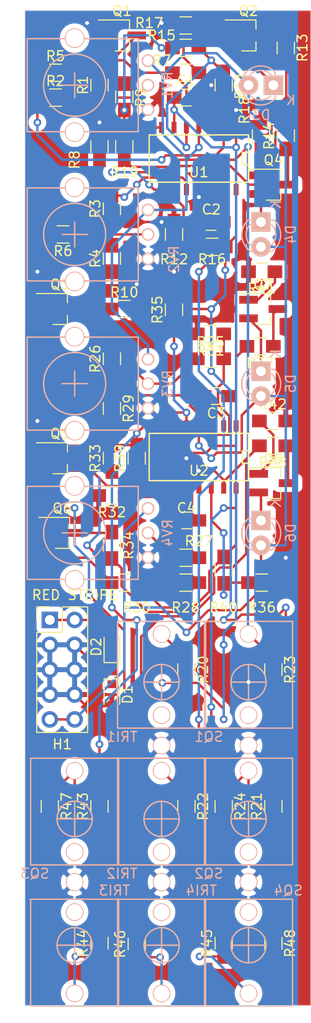
<source format=kicad_pcb>
(kicad_pcb (version 20171130) (host pcbnew "(5.1.6-0)")
  (layers (0 F.Cu signal) (31 B.Cu signal) (34 B.Paste user) (35 F.Paste user) (36 B.SilkS user) (37 F.SilkS user) (38 B.Mask user) (39 F.Mask user) (44 Edge.Cuts user))
  (net 0 "")
  (net 1 "Net-(C1-Pad1)")
  (net 2 "Net-(C1-Pad2)")
  (net 3 "Net-(C2-Pad1)")
  (net 4 "Net-(C2-Pad2)")
  (net 5 "Net-(C3-Pad1)")
  (net 6 "Net-(C3-Pad2)")
  (net 7 "Net-(C4-Pad1)")
  (net 8 "Net-(C4-Pad2)")
  (net 9 "Net-(D1-Pad1)")
  (net 10 +12V)
  (net 11 "Net-(D3-Pad1)")
  (net 12 "Net-(D4-Pad1)")
  (net 13 "Net-(D5-Pad1)")
  (net 14 "Net-(D6-Pad1)")
  (net 15 GND)
  (net 16 "Net-(Q1-Pad2)")
  (net 17 "Net-(Q1-Pad3)")
  (net 18 "Net-(Q2-Pad1)")
  (net 19 "Net-(Q2-Pad3)")
  (net 20 "Net-(Q3-Pad2)")
  (net 21 "Net-(Q3-Pad3)")
  (net 22 "Net-(Q4-Pad1)")
  (net 23 "Net-(Q4-Pad3)")
  (net 24 "Net-(Q5-Pad2)")
  (net 25 "Net-(Q5-Pad3)")
  (net 26 "Net-(Q6-Pad2)")
  (net 27 "Net-(Q6-Pad3)")
  (net 28 "Net-(Q7-Pad1)")
  (net 29 "Net-(Q7-Pad3)")
  (net 30 "Net-(Q8-Pad1)")
  (net 31 "Net-(Q8-Pad3)")
  (net 32 "Net-(R1-Pad1)")
  (net 33 "Net-(R1-Pad2)")
  (net 34 "Net-(R3-Pad1)")
  (net 35 "Net-(R3-Pad2)")
  (net 36 "Net-(R15-Pad2)")
  (net 37 "Net-(R10-Pad2)")
  (net 38 "Net-(R11-Pad1)")
  (net 39 "Net-(R12-Pad1)")
  (net 40 "Net-(R19-Pad1)")
  (net 41 "Net-(R20-Pad1)")
  (net 42 "Net-(R21-Pad1)")
  (net 43 "Net-(R22-Pad1)")
  (net 44 "Net-(R25-Pad1)")
  (net 45 "Net-(R25-Pad2)")
  (net 46 "Net-(R27-Pad1)")
  (net 47 "Net-(R27-Pad2)")
  (net 48 "Net-(R33-Pad2)")
  (net 49 "Net-(R34-Pad2)")
  (net 50 "Net-(R35-Pad1)")
  (net 51 "Net-(R36-Pad1)")
  (net 52 "Net-(R43-Pad1)")
  (net 53 "Net-(R44-Pad1)")
  (net 54 "Net-(R45-Pad1)")
  (net 55 "Net-(R46-Pad1)")
  (net 56 "Net-(SQ1-Pad2)")
  (net 57 "Net-(SQ2-Pad2)")
  (net 58 "Net-(SQ3-Pad2)")
  (net 59 "Net-(SQ4-Pad2)")
  (net 60 "Net-(TRI1-Pad2)")
  (net 61 "Net-(TRI2-Pad2)")
  (net 62 "Net-(TRI3-Pad2)")
  (net 63 "Net-(TRI4-Pad2)")
  (net 64 -12V)
  (module Resistors_SMD:R_0805_HandSoldering (layer F.Cu) (at 91.44 41.91 270)
    (fp_text reference R13 (at 0 -1.7 90) (layer F.SilkS))
    (fp_text value 10K)
    (pad 2 smd rect (at 1.35 0 270) (size 1.5 1.3) (layers F.Cu F.Paste F.Mask) (net 1 "Net-(C1-Pad1)"))
    (pad 1 smd rect (at -1.35 0 270) (size 1.5 1.3) (layers F.Cu F.Paste F.Mask) (net 19 "Net-(Q2-Pad3)"))
  )
  (module Diodes_SMD:D_0805 (layer F.Cu) (at 73.66 103.09 90)
    (fp_text reference D2 (at 0 -1.6 90) (layer F.SilkS))
    (fp_text value 1N4001)
    (pad 1 smd rect (at -1.05 0 90) (size 0.8 0.9) (layers F.Cu F.Paste F.Mask) (net 15 GND))
    (pad 2 smd rect (at 1.05 0 90) (size 0.8 0.9) (layers F.Cu F.Paste F.Mask) (net 64 -12V))
  )
  (module Diodes_SMD:D_0805 (layer F.Cu) (at 73.66 107.95 270)
    (fp_text reference D1 (at 0 -1.6 90) (layer F.SilkS))
    (fp_text value 1N4001)
    (pad 1 smd rect (at -1.05 0 270) (size 0.8 0.9) (layers F.Cu F.Paste F.Mask) (net 9 "Net-(D1-Pad1)"))
    (pad 2 smd rect (at 1.05 0 270) (size 0.8 0.9) (layers F.Cu F.Paste F.Mask) (net 15 GND))
  )
  (module SMD_Packages:SOIC-14_N (layer F.Cu) (at 82.55 83.82 180)
    (fp_text reference U2 (at 0 -1.27) (layer F.SilkS))
    (fp_text value TL074)
    (pad 10 smd rect (at 1.27 -3.048 180) (size 0.508 1.143) (layers F.Cu F.Paste F.Mask) (net 47 "Net-(R27-Pad2)"))
    (pad 14 smd rect (at -3.81 -3.048 180) (size 0.508 1.143) (layers F.Cu F.Paste F.Mask) (net 49 "Net-(R34-Pad2)"))
    (pad 13 smd rect (at -2.54 -3.048 180) (size 0.508 1.143) (layers F.Cu F.Paste F.Mask) (net 7 "Net-(C4-Pad1)"))
    (pad 12 smd rect (at -1.27 -3.048 180) (size 0.508 1.143) (layers F.Cu F.Paste F.Mask) (net 51 "Net-(R36-Pad1)"))
    (pad 11 smd rect (at 0 -3.048 180) (size 0.508 1.143) (layers F.Cu F.Paste F.Mask) (net 15 GND))
    (pad 9 smd rect (at 2.54 -3.048 180) (size 0.508 1.143) (layers F.Cu F.Paste F.Mask) (net 8 "Net-(C4-Pad2)"))
    (pad 8 smd rect (at 3.81 -3.048 180) (size 0.508 1.143) (layers F.Cu F.Paste F.Mask) (net 7 "Net-(C4-Pad1)"))
    (pad 7 smd rect (at 3.81 3.302 180) (size 0.508 1.143) (layers F.Cu F.Paste F.Mask) (net 48 "Net-(R33-Pad2)"))
    (pad 6 smd rect (at 2.54 3.302 180) (size 0.508 1.143) (layers F.Cu F.Paste F.Mask) (net 5 "Net-(C3-Pad1)"))
    (pad 5 smd rect (at 1.27 3.302 180) (size 0.508 1.143) (layers F.Cu F.Paste F.Mask) (net 50 "Net-(R35-Pad1)"))
    (pad 4 smd rect (at 0 3.302 180) (size 0.508 1.143) (layers F.Cu F.Paste F.Mask) (net 10 +12V))
    (pad 3 smd rect (at -1.27 3.302 180) (size 0.508 1.143) (layers F.Cu F.Paste F.Mask) (net 45 "Net-(R25-Pad2)"))
    (pad 2 smd rect (at -2.54 3.302 180) (size 0.508 1.143) (layers F.Cu F.Paste F.Mask) (net 6 "Net-(C3-Pad2)"))
    (pad 1 smd rect (at -3.81 3.302 180) (size 0.508 1.143) (layers F.Cu F.Paste F.Mask) (net 5 "Net-(C3-Pad1)"))
  )
  (module SMD_Packages:SOIC-14_N (layer F.Cu) (at 82.55 53.34 180)
    (fp_text reference U1 (at 0 -1.27) (layer F.SilkS))
    (fp_text value TL074)
    (pad 10 smd rect (at 1.27 -3.048 180) (size 0.508 1.143) (layers F.Cu F.Paste F.Mask) (net 35 "Net-(R3-Pad2)"))
    (pad 14 smd rect (at -3.81 -3.048 180) (size 0.508 1.143) (layers F.Cu F.Paste F.Mask) (net 37 "Net-(R10-Pad2)"))
    (pad 13 smd rect (at -2.54 -3.048 180) (size 0.508 1.143) (layers F.Cu F.Paste F.Mask) (net 3 "Net-(C2-Pad1)"))
    (pad 12 smd rect (at -1.27 -3.048 180) (size 0.508 1.143) (layers F.Cu F.Paste F.Mask) (net 39 "Net-(R12-Pad1)"))
    (pad 11 smd rect (at 0 -3.048 180) (size 0.508 1.143) (layers F.Cu F.Paste F.Mask) (net 15 GND))
    (pad 9 smd rect (at 2.54 -3.048 180) (size 0.508 1.143) (layers F.Cu F.Paste F.Mask) (net 4 "Net-(C2-Pad2)"))
    (pad 8 smd rect (at 3.81 -3.048 180) (size 0.508 1.143) (layers F.Cu F.Paste F.Mask) (net 3 "Net-(C2-Pad1)"))
    (pad 7 smd rect (at 3.81 3.302 180) (size 0.508 1.143) (layers F.Cu F.Paste F.Mask) (net 36 "Net-(R15-Pad2)"))
    (pad 6 smd rect (at 2.54 3.302 180) (size 0.508 1.143) (layers F.Cu F.Paste F.Mask) (net 1 "Net-(C1-Pad1)"))
    (pad 5 smd rect (at 1.27 3.302 180) (size 0.508 1.143) (layers F.Cu F.Paste F.Mask) (net 38 "Net-(R11-Pad1)"))
    (pad 4 smd rect (at 0 3.302 180) (size 0.508 1.143) (layers F.Cu F.Paste F.Mask) (net 10 +12V))
    (pad 3 smd rect (at -1.27 3.302 180) (size 0.508 1.143) (layers F.Cu F.Paste F.Mask) (net 33 "Net-(R1-Pad2)"))
    (pad 2 smd rect (at -2.54 3.302 180) (size 0.508 1.143) (layers F.Cu F.Paste F.Mask) (net 2 "Net-(C1-Pad2)"))
    (pad 1 smd rect (at -3.81 3.302 180) (size 0.508 1.143) (layers F.Cu F.Paste F.Mask) (net 1 "Net-(C1-Pad1)"))
  )
  (module Eurocad:PJ301M-12 (layer B.Cu) (at 78.74 133.55)
    (fp_text reference TRI4 (at 4.064 -5.588) (layer B.SilkS) (effects (justify mirror)))
    (fp_text value PJ301M-12)
    (pad 2 thru_hole circle (at 0 -3.38) (size 1.8 1.8) (drill 1.6) (layers *.Cu *.Mask B.SilkS) (net 63 "Net-(TRI4-Pad2)"))
    (pad 1 thru_hole circle (at 0 -6.48) (size 1.8 1.8) (drill 1.6) (layers *.Cu *.Mask B.SilkS) (net 15 GND))
    (pad 3 thru_hole circle (at 0 4.92) (size 1.8 1.8) (drill 1.6) (layers *.Cu *.Mask B.SilkS) (net 55 "Net-(R46-Pad1)"))
  )
  (module Eurocad:PJ301M-12 (layer B.Cu) (at 69.85 133.55)
    (fp_text reference TRI3 (at 4.064 -5.588) (layer B.SilkS) (effects (justify mirror)))
    (fp_text value PJ301M-12)
    (pad 2 thru_hole circle (at 0 -3.38) (size 1.8 1.8) (drill 1.6) (layers *.Cu *.Mask B.SilkS) (net 62 "Net-(TRI3-Pad2)"))
    (pad 1 thru_hole circle (at 0 -6.48) (size 1.8 1.8) (drill 1.6) (layers *.Cu *.Mask B.SilkS) (net 15 GND))
    (pad 3 thru_hole circle (at 0 4.92) (size 1.8 1.8) (drill 1.6) (layers *.Cu *.Mask B.SilkS) (net 53 "Net-(R44-Pad1)"))
  )
  (module Eurocad:PJ301M-12 (layer B.Cu) (at 78.74 120.65 180)
    (fp_text reference TRI2 (at 4.064 -5.588) (layer B.SilkS) (effects (justify mirror)))
    (fp_text value PJ301M-12)
    (pad 2 thru_hole circle (at 0 -3.38 180) (size 1.8 1.8) (drill 1.6) (layers *.Cu *.Mask B.SilkS) (net 61 "Net-(TRI2-Pad2)"))
    (pad 1 thru_hole circle (at 0 -6.48 180) (size 1.8 1.8) (drill 1.6) (layers *.Cu *.Mask B.SilkS) (net 15 GND))
    (pad 3 thru_hole circle (at 0 4.92 180) (size 1.8 1.8) (drill 1.6) (layers *.Cu *.Mask B.SilkS) (net 43 "Net-(R22-Pad1)"))
  )
  (module Eurocad:PJ301M-12 (layer B.Cu) (at 78.74 106.68 180)
    (fp_text reference TRI1 (at 4.064 -5.588) (layer B.SilkS) (effects (justify mirror)))
    (fp_text value PJ301M-12)
    (pad 2 thru_hole circle (at 0 -3.38 180) (size 1.8 1.8) (drill 1.6) (layers *.Cu *.Mask B.SilkS) (net 60 "Net-(TRI1-Pad2)"))
    (pad 1 thru_hole circle (at 0 -6.48 180) (size 1.8 1.8) (drill 1.6) (layers *.Cu *.Mask B.SilkS) (net 15 GND))
    (pad 3 thru_hole circle (at 0 4.92 180) (size 1.8 1.8) (drill 1.6) (layers *.Cu *.Mask B.SilkS) (net 41 "Net-(R20-Pad1)"))
  )
  (module Eurocad:PJ301M-12 (layer B.Cu) (at 87.63 133.55)
    (fp_text reference SQ4 (at 4.064 -5.588) (layer B.SilkS) (effects (justify mirror)))
    (fp_text value PJ301M-12)
    (pad 2 thru_hole circle (at 0 -3.38) (size 1.8 1.8) (drill 1.6) (layers *.Cu *.Mask B.SilkS) (net 59 "Net-(SQ4-Pad2)"))
    (pad 1 thru_hole circle (at 0 -6.48) (size 1.8 1.8) (drill 1.6) (layers *.Cu *.Mask B.SilkS) (net 15 GND))
    (pad 3 thru_hole circle (at 0 4.92) (size 1.8 1.8) (drill 1.6) (layers *.Cu *.Mask B.SilkS) (net 54 "Net-(R45-Pad1)"))
  )
  (module Eurocad:PJ301M-12 (layer B.Cu) (at 69.85 120.65 180)
    (fp_text reference SQ3 (at 4.064 -5.588) (layer B.SilkS) (effects (justify mirror)))
    (fp_text value PJ301M-12)
    (pad 2 thru_hole circle (at 0 -3.38 180) (size 1.8 1.8) (drill 1.6) (layers *.Cu *.Mask B.SilkS) (net 58 "Net-(SQ3-Pad2)"))
    (pad 1 thru_hole circle (at 0 -6.48 180) (size 1.8 1.8) (drill 1.6) (layers *.Cu *.Mask B.SilkS) (net 15 GND))
    (pad 3 thru_hole circle (at 0 4.92 180) (size 1.8 1.8) (drill 1.6) (layers *.Cu *.Mask B.SilkS) (net 52 "Net-(R43-Pad1)"))
  )
  (module Eurocad:PJ301M-12 (layer B.Cu) (at 87.63 120.65 180)
    (fp_text reference SQ2 (at 4.064 -5.588) (layer B.SilkS) (effects (justify mirror)))
    (fp_text value PJ301M-12)
    (pad 2 thru_hole circle (at 0 -3.38 180) (size 1.8 1.8) (drill 1.6) (layers *.Cu *.Mask B.SilkS) (net 57 "Net-(SQ2-Pad2)"))
    (pad 1 thru_hole circle (at 0 -6.48 180) (size 1.8 1.8) (drill 1.6) (layers *.Cu *.Mask B.SilkS) (net 15 GND))
    (pad 3 thru_hole circle (at 0 4.92 180) (size 1.8 1.8) (drill 1.6) (layers *.Cu *.Mask B.SilkS) (net 42 "Net-(R21-Pad1)"))
  )
  (module Eurocad:PJ301M-12 (layer B.Cu) (at 87.63 106.68 180)
    (fp_text reference SQ1 (at 4.064 -5.588) (layer B.SilkS) (effects (justify mirror)))
    (fp_text value PJ301M-12)
    (pad 2 thru_hole circle (at 0 -3.38 180) (size 1.8 1.8) (drill 1.6) (layers *.Cu *.Mask B.SilkS) (net 56 "Net-(SQ1-Pad2)"))
    (pad 1 thru_hole circle (at 0 -6.48 180) (size 1.8 1.8) (drill 1.6) (layers *.Cu *.Mask B.SilkS) (net 15 GND))
    (pad 3 thru_hole circle (at 0 4.92 180) (size 1.8 1.8) (drill 1.6) (layers *.Cu *.Mask B.SilkS) (net 40 "Net-(R19-Pad1)"))
  )
  (module Eurocad:Alpha9mmPot (layer B.Cu) (at 69.85 91.44 270)
    (fp_text reference RV4 (at 0 -9.5 270) (layer B.SilkS) (effects (justify mirror)))
    (fp_text value R_POT)
    (pad 1 thru_hole circle (at -2.5 -7.5 270) (size 1.3 1.3) (drill 1) (layers *.Cu *.Mask B.SilkS) (net 10 +12V))
    (pad 2 thru_hole circle (at 0 -7.5 270) (size 1.3 1.3) (drill 1) (layers *.Cu *.Mask B.SilkS) (net 46 "Net-(R27-Pad1)"))
    (pad 3 thru_hole circle (at 2.5 -7.5 270) (size 1.3 1.3) (drill 1) (layers *.Cu *.Mask B.SilkS) (net 15 GND))
    (pad "" thru_hole circle (at -4.8 0 270) (size 2 2) (drill 1.8) (layers *.Cu *.Mask B.SilkS))
    (pad "" thru_hole circle (at 4.8 0 270) (size 2 2) (drill 1.8) (layers *.Cu *.Mask B.SilkS))
  )
  (module Eurocad:Alpha9mmPot (layer B.Cu) (at 69.85 76.2 270)
    (fp_text reference RV3 (at 0 -9.5 270) (layer B.SilkS) (effects (justify mirror)))
    (fp_text value R_POT)
    (pad 1 thru_hole circle (at -2.5 -7.5 270) (size 1.3 1.3) (drill 1) (layers *.Cu *.Mask B.SilkS) (net 10 +12V))
    (pad 2 thru_hole circle (at 0 -7.5 270) (size 1.3 1.3) (drill 1) (layers *.Cu *.Mask B.SilkS) (net 44 "Net-(R25-Pad1)"))
    (pad 3 thru_hole circle (at 2.5 -7.5 270) (size 1.3 1.3) (drill 1) (layers *.Cu *.Mask B.SilkS) (net 15 GND))
    (pad "" thru_hole circle (at -4.8 0 270) (size 2 2) (drill 1.8) (layers *.Cu *.Mask B.SilkS))
    (pad "" thru_hole circle (at 4.8 0 270) (size 2 2) (drill 1.8) (layers *.Cu *.Mask B.SilkS))
  )
  (module Eurocad:Alpha9mmPot (layer B.Cu) (at 69.85 60.96 270)
    (fp_text reference RV2 (at 2.54 -10.16 270) (layer B.SilkS) (effects (justify mirror)))
    (fp_text value R_POT)
    (pad 1 thru_hole circle (at -2.5 -7.5 270) (size 1.3 1.3) (drill 1) (layers *.Cu *.Mask B.SilkS) (net 10 +12V))
    (pad 2 thru_hole circle (at 0 -7.5 270) (size 1.3 1.3) (drill 1) (layers *.Cu *.Mask B.SilkS) (net 34 "Net-(R3-Pad1)"))
    (pad 3 thru_hole circle (at 2.5 -7.5 270) (size 1.3 1.3) (drill 1) (layers *.Cu *.Mask B.SilkS) (net 15 GND))
    (pad "" thru_hole circle (at -4.8 0 270) (size 2 2) (drill 1.8) (layers *.Cu *.Mask B.SilkS))
    (pad "" thru_hole circle (at 4.8 0 270) (size 2 2) (drill 1.8) (layers *.Cu *.Mask B.SilkS))
  )
  (module Eurocad:Alpha9mmPot (layer B.Cu) (at 69.85 45.72 270)
    (fp_text reference RV1 (at 0 -9.5 270) (layer B.SilkS) (effects (justify mirror)))
    (fp_text value R_POT)
    (pad 1 thru_hole circle (at -2.5 -7.5 270) (size 1.3 1.3) (drill 1) (layers *.Cu *.Mask B.SilkS) (net 10 +12V))
    (pad 2 thru_hole circle (at 0 -7.5 270) (size 1.3 1.3) (drill 1) (layers *.Cu *.Mask B.SilkS) (net 32 "Net-(R1-Pad1)"))
    (pad 3 thru_hole circle (at 2.5 -7.5 270) (size 1.3 1.3) (drill 1) (layers *.Cu *.Mask B.SilkS) (net 15 GND))
    (pad "" thru_hole circle (at -4.8 0 270) (size 2 2) (drill 1.8) (layers *.Cu *.Mask B.SilkS))
    (pad "" thru_hole circle (at 4.8 0 270) (size 2 2) (drill 1.8) (layers *.Cu *.Mask B.SilkS))
  )
  (module Resistors_SMD:R_0805_HandSoldering (layer F.Cu) (at 90.17 133.35 270)
    (fp_text reference R48 (at 0 -1.7 90) (layer F.SilkS))
    (fp_text value 100K)
    (pad 2 smd rect (at 1.35 0 270) (size 1.5 1.3) (layers F.Cu F.Paste F.Mask) (net 15 GND))
    (pad 1 smd rect (at -1.35 0 270) (size 1.5 1.3) (layers F.Cu F.Paste F.Mask) (net 54 "Net-(R45-Pad1)"))
  )
  (module Resistors_SMD:R_0805_HandSoldering (layer F.Cu) (at 67.31 119.38 270)
    (fp_text reference R47 (at 0 -1.7 90) (layer F.SilkS))
    (fp_text value 100K)
    (pad 2 smd rect (at 1.35 0 270) (size 1.5 1.3) (layers F.Cu F.Paste F.Mask) (net 15 GND))
    (pad 1 smd rect (at -1.35 0 270) (size 1.5 1.3) (layers F.Cu F.Paste F.Mask) (net 52 "Net-(R43-Pad1)"))
  )
  (module Resistors_SMD:R_0805_HandSoldering (layer F.Cu) (at 76.2 133.43 90)
    (fp_text reference R46 (at 0 -1.7 90) (layer F.SilkS))
    (fp_text value 1K)
    (pad 2 smd rect (at 1.35 0 90) (size 1.5 1.3) (layers F.Cu F.Paste F.Mask) (net 7 "Net-(C4-Pad1)"))
    (pad 1 smd rect (at -1.35 0 90) (size 1.5 1.3) (layers F.Cu F.Paste F.Mask) (net 55 "Net-(R46-Pad1)"))
  )
  (module Resistors_SMD:R_0805_HandSoldering (layer F.Cu) (at 85.09 133.35 90)
    (fp_text reference R45 (at 0 -1.7 90) (layer F.SilkS))
    (fp_text value 100K)
    (pad 2 smd rect (at 1.35 0 90) (size 1.5 1.3) (layers F.Cu F.Paste F.Mask) (net 49 "Net-(R34-Pad2)"))
    (pad 1 smd rect (at -1.35 0 90) (size 1.5 1.3) (layers F.Cu F.Paste F.Mask) (net 54 "Net-(R45-Pad1)"))
  )
  (module Resistors_SMD:R_0805_HandSoldering (layer F.Cu) (at 72.39 133.35 90)
    (fp_text reference R44 (at 0 -1.7 90) (layer F.SilkS))
    (fp_text value 1K)
    (pad 2 smd rect (at 1.35 0 90) (size 1.5 1.3) (layers F.Cu F.Paste F.Mask) (net 5 "Net-(C3-Pad1)"))
    (pad 1 smd rect (at -1.35 0 90) (size 1.5 1.3) (layers F.Cu F.Paste F.Mask) (net 53 "Net-(R44-Pad1)"))
  )
  (module Resistors_SMD:R_0805_HandSoldering (layer F.Cu) (at 72.39 119.38 90)
    (fp_text reference R43 (at 0 -1.7 90) (layer F.SilkS))
    (fp_text value 100K)
    (pad 2 smd rect (at 1.35 0 90) (size 1.5 1.3) (layers F.Cu F.Paste F.Mask) (net 48 "Net-(R33-Pad2)"))
    (pad 1 smd rect (at -1.35 0 90) (size 1.5 1.3) (layers F.Cu F.Paste F.Mask) (net 52 "Net-(R43-Pad1)"))
  )
  (module Resistors_SMD:R_0805_HandSoldering (layer F.Cu) (at 90.09 80.01)
    (fp_text reference R42 (at 0 -1.7) (layer F.SilkS))
    (fp_text value 1K)
    (pad 2 smd rect (at 1.35 0) (size 1.5 1.3) (layers F.Cu F.Paste F.Mask) (net 15 GND))
    (pad 1 smd rect (at -1.35 0) (size 1.5 1.3) (layers F.Cu F.Paste F.Mask) (net 30 "Net-(Q8-Pad1)"))
  )
  (module Resistors_SMD:R_0805_HandSoldering (layer F.Cu) (at 88.98 64.77 180)
    (fp_text reference R41 (at 0 -1.7) (layer F.SilkS))
    (fp_text value 1K)
    (pad 2 smd rect (at 1.35 0 180) (size 1.5 1.3) (layers F.Cu F.Paste F.Mask) (net 15 GND))
    (pad 1 smd rect (at -1.35 0 180) (size 1.5 1.3) (layers F.Cu F.Paste F.Mask) (net 28 "Net-(Q7-Pad1)"))
  )
  (module Resistors_SMD:R_0805_HandSoldering (layer F.Cu) (at 85.09 95.25 90)
    (fp_text reference R40 (at -3.81 0) (layer F.SilkS))
    (fp_text value 47K)
    (pad 2 smd rect (at 1.35 0 90) (size 1.5 1.3) (layers F.Cu F.Paste F.Mask) (net 49 "Net-(R34-Pad2)"))
    (pad 1 smd rect (at -1.35 0 90) (size 1.5 1.3) (layers F.Cu F.Paste F.Mask) (net 51 "Net-(R36-Pad1)"))
  )
  (module Resistors_SMD:R_0805_HandSoldering (layer F.Cu) (at 76.2 83.82 90)
    (fp_text reference R39 (at 0 -1.7 90) (layer F.SilkS))
    (fp_text value 47K)
    (pad 2 smd rect (at 1.35 0 90) (size 1.5 1.3) (layers F.Cu F.Paste F.Mask) (net 48 "Net-(R33-Pad2)"))
    (pad 1 smd rect (at -1.35 0 90) (size 1.5 1.3) (layers F.Cu F.Paste F.Mask) (net 50 "Net-(R35-Pad1)"))
  )
  (module Resistors_SMD:R_0805_HandSoldering (layer F.Cu) (at 90.09 82.55 180)
    (fp_text reference R38 (at 0 -1.7) (layer F.SilkS))
    (fp_text value 10K)
    (pad 2 smd rect (at 1.35 0 180) (size 1.5 1.3) (layers F.Cu F.Paste F.Mask) (net 7 "Net-(C4-Pad1)"))
    (pad 1 smd rect (at -1.35 0 180) (size 1.5 1.3) (layers F.Cu F.Paste F.Mask) (net 31 "Net-(Q8-Pad3)"))
  )
  (module Resistors_SMD:R_0805_HandSoldering (layer F.Cu) (at 88.82 72.39 180)
    (fp_text reference R37 (at 0 -1.7) (layer F.SilkS))
    (fp_text value 10K)
    (pad 2 smd rect (at 1.35 0 180) (size 1.5 1.3) (layers F.Cu F.Paste F.Mask) (net 5 "Net-(C3-Pad1)"))
    (pad 1 smd rect (at -1.35 0 180) (size 1.5 1.3) (layers F.Cu F.Paste F.Mask) (net 29 "Net-(Q7-Pad3)"))
  )
  (module Resistors_SMD:R_0805_HandSoldering (layer F.Cu) (at 88.98 96.52)
    (fp_text reference R36 (at 0 2.54) (layer F.SilkS))
    (fp_text value 47K)
    (pad 1 smd rect (at -1.35 0) (size 1.5 1.3) (layers F.Cu F.Paste F.Mask) (net 51 "Net-(R36-Pad1)"))
    (pad 2 smd rect (at 1.35 0) (size 1.5 1.3) (layers F.Cu F.Paste F.Mask) (net 15 GND))
  )
  (module Resistors_SMD:R_0805_HandSoldering (layer F.Cu) (at 80.01 68.66 90)
    (fp_text reference R35 (at 0 -1.7 90) (layer F.SilkS))
    (fp_text value 47K)
    (pad 2 smd rect (at 1.35 0 90) (size 1.5 1.3) (layers F.Cu F.Paste F.Mask) (net 15 GND))
    (pad 1 smd rect (at -1.35 0 90) (size 1.5 1.3) (layers F.Cu F.Paste F.Mask) (net 50 "Net-(R35-Pad1)"))
  )
  (module Resistors_SMD:R_0805_HandSoldering (layer F.Cu) (at 73.66 92.71 270)
    (fp_text reference R34 (at 0 -1.7 90) (layer F.SilkS))
    (fp_text value 10K)
    (pad 2 smd rect (at 1.35 0 270) (size 1.5 1.3) (layers F.Cu F.Paste F.Mask) (net 49 "Net-(R34-Pad2)"))
    (pad 1 smd rect (at -1.35 0 270) (size 1.5 1.3) (layers F.Cu F.Paste F.Mask) (net 27 "Net-(Q6-Pad3)"))
  )
  (module Resistors_SMD:R_0805_HandSoldering (layer F.Cu) (at 73.66 83.82 90)
    (fp_text reference R33 (at 0 -1.7 90) (layer F.SilkS))
    (fp_text value 10K)
    (pad 2 smd rect (at 1.35 0 90) (size 1.5 1.3) (layers F.Cu F.Paste F.Mask) (net 48 "Net-(R33-Pad2)"))
    (pad 1 smd rect (at -1.35 0 90) (size 1.5 1.3) (layers F.Cu F.Paste F.Mask) (net 25 "Net-(Q5-Pad3)"))
  )
  (module Resistors_SMD:R_0805_HandSoldering (layer F.Cu) (at 73.66 87.63 180)
    (fp_text reference R32 (at 0 -1.7) (layer F.SilkS))
    (fp_text value 47K)
    (pad 2 smd rect (at 1.35 0 180) (size 1.5 1.3) (layers F.Cu F.Paste F.Mask) (net 15 GND))
    (pad 1 smd rect (at -1.35 0 180) (size 1.5 1.3) (layers F.Cu F.Paste F.Mask) (net 47 "Net-(R27-Pad2)"))
  )
  (module Resistors_SMD:R_0805_HandSoldering (layer F.Cu) (at 83.74 71.12 180)
    (fp_text reference R31 (at 0 -1.7) (layer F.SilkS))
    (fp_text value 47K)
    (pad 2 smd rect (at 1.35 0 180) (size 1.5 1.3) (layers F.Cu F.Paste F.Mask) (net 15 GND))
    (pad 1 smd rect (at -1.35 0 180) (size 1.5 1.3) (layers F.Cu F.Paste F.Mask) (net 45 "Net-(R25-Pad2)"))
  )
  (module Resistors_SMD:R_0805_HandSoldering (layer F.Cu) (at 74.93 96.52 180)
    (fp_text reference R30 (at -1.27 -2.54) (layer F.SilkS))
    (fp_text value 47K)
    (pad 2 smd rect (at 1.35 0 180) (size 1.5 1.3) (layers F.Cu F.Paste F.Mask) (net 26 "Net-(Q6-Pad2)"))
    (pad 1 smd rect (at -1.35 0 180) (size 1.5 1.3) (layers F.Cu F.Paste F.Mask) (net 8 "Net-(C4-Pad2)"))
  )
  (module Resistors_SMD:R_0805_HandSoldering (layer F.Cu) (at 73.66 78.74 270)
    (fp_text reference R29 (at 0 -1.7 90) (layer F.SilkS))
    (fp_text value 47K)
    (pad 2 smd rect (at 1.35 0 270) (size 1.5 1.3) (layers F.Cu F.Paste F.Mask) (net 24 "Net-(Q5-Pad2)"))
    (pad 1 smd rect (at -1.35 0 270) (size 1.5 1.3) (layers F.Cu F.Paste F.Mask) (net 6 "Net-(C3-Pad2)"))
  )
  (module Resistors_SMD:R_0805_HandSoldering (layer F.Cu) (at 81.2 96.52 180)
    (fp_text reference R28 (at 0 -2.54) (layer F.SilkS))
    (fp_text value 100K)
    (pad 2 smd rect (at 1.35 0 180) (size 1.5 1.3) (layers F.Cu F.Paste F.Mask) (net 46 "Net-(R27-Pad1)"))
    (pad 1 smd rect (at -1.35 0 180) (size 1.5 1.3) (layers F.Cu F.Paste F.Mask) (net 8 "Net-(C4-Pad2)"))
  )
  (module Resistors_SMD:R_0805_HandSoldering (layer F.Cu) (at 81.2 93.98)
    (fp_text reference R27 (at 1.35 -1.7) (layer F.SilkS))
    (fp_text value 47K)
    (pad 2 smd rect (at 1.35 0) (size 1.5 1.3) (layers F.Cu F.Paste F.Mask) (net 47 "Net-(R27-Pad2)"))
    (pad 1 smd rect (at -1.35 0) (size 1.5 1.3) (layers F.Cu F.Paste F.Mask) (net 46 "Net-(R27-Pad1)"))
  )
  (module Resistors_SMD:R_0805_HandSoldering (layer F.Cu) (at 73.66 73.66 90)
    (fp_text reference R26 (at 0 -1.7 90) (layer F.SilkS))
    (fp_text value 100K)
    (pad 2 smd rect (at 1.35 0 90) (size 1.5 1.3) (layers F.Cu F.Paste F.Mask) (net 44 "Net-(R25-Pad1)"))
    (pad 1 smd rect (at -1.35 0 90) (size 1.5 1.3) (layers F.Cu F.Paste F.Mask) (net 6 "Net-(C3-Pad2)"))
  )
  (module Resistors_SMD:R_0805_HandSoldering (layer F.Cu) (at 83.74 73.66)
    (fp_text reference R25 (at 0 -1.7) (layer F.SilkS))
    (fp_text value 47K)
    (pad 2 smd rect (at 1.35 0) (size 1.5 1.3) (layers F.Cu F.Paste F.Mask) (net 45 "Net-(R25-Pad2)"))
    (pad 1 smd rect (at -1.35 0) (size 1.5 1.3) (layers F.Cu F.Paste F.Mask) (net 44 "Net-(R25-Pad1)"))
  )
  (module Resistors_SMD:R_0805_HandSoldering (layer F.Cu) (at 85.09 119.38 270)
    (fp_text reference R24 (at 0 -1.7 90) (layer F.SilkS))
    (fp_text value 100K)
    (pad 2 smd rect (at 1.35 0 270) (size 1.5 1.3) (layers F.Cu F.Paste F.Mask) (net 15 GND))
    (pad 1 smd rect (at -1.35 0 270) (size 1.5 1.3) (layers F.Cu F.Paste F.Mask) (net 42 "Net-(R21-Pad1)"))
  )
  (module Resistors_SMD:R_0805_HandSoldering (layer F.Cu) (at 90.17 105.41 270)
    (fp_text reference R23 (at 0 -1.7 90) (layer F.SilkS))
    (fp_text value 100K)
    (pad 2 smd rect (at 1.35 0 270) (size 1.5 1.3) (layers F.Cu F.Paste F.Mask) (net 15 GND))
    (pad 1 smd rect (at -1.35 0 270) (size 1.5 1.3) (layers F.Cu F.Paste F.Mask) (net 40 "Net-(R19-Pad1)"))
  )
  (module Resistors_SMD:R_0805_HandSoldering (layer F.Cu) (at 81.28 119.38 270)
    (fp_text reference R22 (at 0 -1.7 90) (layer F.SilkS))
    (fp_text value 1K)
    (pad 2 smd rect (at 1.35 0 270) (size 1.5 1.3) (layers F.Cu F.Paste F.Mask) (net 3 "Net-(C2-Pad1)"))
    (pad 1 smd rect (at -1.35 0 270) (size 1.5 1.3) (layers F.Cu F.Paste F.Mask) (net 43 "Net-(R22-Pad1)"))
  )
  (module Resistors_SMD:R_0805_HandSoldering (layer F.Cu) (at 90.17 119.38 90)
    (fp_text reference R21 (at 0 -1.7 90) (layer F.SilkS))
    (fp_text value 100K)
    (pad 2 smd rect (at 1.35 0 90) (size 1.5 1.3) (layers F.Cu F.Paste F.Mask) (net 37 "Net-(R10-Pad2)"))
    (pad 1 smd rect (at -1.35 0 90) (size 1.5 1.3) (layers F.Cu F.Paste F.Mask) (net 42 "Net-(R21-Pad1)"))
  )
  (module Resistors_SMD:R_0805_HandSoldering (layer F.Cu) (at 81.28 105.41 270)
    (fp_text reference R20 (at 0 -1.7 90) (layer F.SilkS))
    (fp_text value 1K)
    (pad 2 smd rect (at 1.35 0 270) (size 1.5 1.3) (layers F.Cu F.Paste F.Mask) (net 1 "Net-(C1-Pad1)"))
    (pad 1 smd rect (at -1.35 0 270) (size 1.5 1.3) (layers F.Cu F.Paste F.Mask) (net 41 "Net-(R20-Pad1)"))
  )
  (module Resistors_SMD:R_0805_HandSoldering (layer F.Cu) (at 74.93 51.99 90)
    (fp_text reference R19 (at -2.62 0 180) (layer F.SilkS))
    (fp_text value 100K)
    (pad 2 smd rect (at 1.35 0 90) (size 1.5 1.3) (layers F.Cu F.Paste F.Mask) (net 36 "Net-(R15-Pad2)"))
    (pad 1 smd rect (at -1.35 0 90) (size 1.5 1.3) (layers F.Cu F.Paste F.Mask) (net 40 "Net-(R19-Pad1)"))
  )
  (module Resistors_SMD:R_0805_HandSoldering (layer F.Cu) (at 88.9 50.88 90)
    (fp_text reference R18 (at 2.62 -1.7 90) (layer F.SilkS))
    (fp_text value 1K)
    (pad 2 smd rect (at 1.35 0 90) (size 1.5 1.3) (layers F.Cu F.Paste F.Mask) (net 15 GND))
    (pad 1 smd rect (at -1.35 0 90) (size 1.5 1.3) (layers F.Cu F.Paste F.Mask) (net 22 "Net-(Q4-Pad1)"))
  )
  (module Resistors_SMD:R_0805_HandSoldering (layer F.Cu) (at 81.2 39.62 180)
    (fp_text reference R17 (at 3.73 0.25) (layer F.SilkS))
    (fp_text value 1K)
    (pad 2 smd rect (at 1.35 0 180) (size 1.5 1.3) (layers F.Cu F.Paste F.Mask) (net 15 GND))
    (pad 1 smd rect (at -1.35 0 180) (size 1.5 1.3) (layers F.Cu F.Paste F.Mask) (net 18 "Net-(Q2-Pad1)"))
  )
  (module Resistors_SMD:R_0805_HandSoldering (layer F.Cu) (at 83.9 62.23)
    (fp_text reference R16 (at 0 1.27) (layer F.SilkS))
    (fp_text value 47K)
    (pad 2 smd rect (at 1.35 0) (size 1.5 1.3) (layers F.Cu F.Paste F.Mask) (net 37 "Net-(R10-Pad2)"))
    (pad 1 smd rect (at -1.35 0) (size 1.5 1.3) (layers F.Cu F.Paste F.Mask) (net 39 "Net-(R12-Pad1)"))
  )
  (module Resistors_SMD:R_0805_HandSoldering (layer F.Cu) (at 81.2 41.91 180)
    (fp_text reference R15 (at 2.46 1.27) (layer F.SilkS))
    (fp_text value 47K)
    (pad 2 smd rect (at 1.35 0 180) (size 1.5 1.3) (layers F.Cu F.Paste F.Mask) (net 36 "Net-(R15-Pad2)"))
    (pad 1 smd rect (at -1.35 0 180) (size 1.5 1.3) (layers F.Cu F.Paste F.Mask) (net 38 "Net-(R11-Pad1)"))
  )
  (module Resistors_SMD:R_0805_HandSoldering (layer F.Cu) (at 91.44 50.88 90)
    (fp_text reference R14 (at 0 -1.7 90) (layer F.SilkS))
    (fp_text value 10K)
    (pad 2 smd rect (at 1.35 0 90) (size 1.5 1.3) (layers F.Cu F.Paste F.Mask) (net 3 "Net-(C2-Pad1)"))
    (pad 1 smd rect (at -1.35 0 90) (size 1.5 1.3) (layers F.Cu F.Paste F.Mask) (net 23 "Net-(Q4-Pad3)"))
  )
  (module Resistors_SMD:R_0805_HandSoldering (layer F.Cu) (at 80.01 60.96 90)
    (fp_text reference R12 (at -2.54 0) (layer F.SilkS))
    (fp_text value 47K)
    (pad 2 smd rect (at 1.35 0 90) (size 1.5 1.3) (layers F.Cu F.Paste F.Mask) (net 15 GND))
    (pad 1 smd rect (at -1.35 0 90) (size 1.5 1.3) (layers F.Cu F.Paste F.Mask) (net 39 "Net-(R12-Pad1)"))
  )
  (module Resistors_SMD:R_0805_HandSoldering (layer F.Cu) (at 85.09 45.72 270)
    (fp_text reference R11 (at 0 -1.7 90) (layer F.SilkS))
    (fp_text value 47K)
    (pad 2 smd rect (at 1.35 0 270) (size 1.5 1.3) (layers F.Cu F.Paste F.Mask) (net 15 GND))
    (pad 1 smd rect (at -1.35 0 270) (size 1.5 1.3) (layers F.Cu F.Paste F.Mask) (net 38 "Net-(R11-Pad1)"))
  )
  (module Resistors_SMD:R_0805_HandSoldering (layer F.Cu) (at 74.93 68.58)
    (fp_text reference R10 (at 0 -1.7) (layer F.SilkS))
    (fp_text value 10K)
    (pad 2 smd rect (at 1.35 0) (size 1.5 1.3) (layers F.Cu F.Paste F.Mask) (net 37 "Net-(R10-Pad2)"))
    (pad 1 smd rect (at -1.35 0) (size 1.5 1.3) (layers F.Cu F.Paste F.Mask) (net 21 "Net-(Q3-Pad3)"))
  )
  (module Resistors_SMD:R_0805_HandSoldering (layer F.Cu) (at 74.93 46.91 270)
    (fp_text reference R9 (at 0.08 -1.7 90) (layer F.SilkS))
    (fp_text value 10K)
    (pad 2 smd rect (at 1.35 0 270) (size 1.5 1.3) (layers F.Cu F.Paste F.Mask) (net 36 "Net-(R15-Pad2)"))
    (pad 1 smd rect (at -1.35 0 270) (size 1.5 1.3) (layers F.Cu F.Paste F.Mask) (net 17 "Net-(Q1-Pad3)"))
  )
  (module Resistors_SMD:R_0805_HandSoldering (layer F.Cu) (at 72.39 51.99 90)
    (fp_text reference R8 (at -1.35 -2.54 90) (layer F.SilkS))
    (fp_text value 47K)
    (pad 2 smd rect (at 1.35 0 90) (size 1.5 1.3) (layers F.Cu F.Paste F.Mask) (net 15 GND))
    (pad 1 smd rect (at -1.35 0 90) (size 1.5 1.3) (layers F.Cu F.Paste F.Mask) (net 35 "Net-(R3-Pad2)"))
  )
  (module Resistors_SMD:R_0805_HandSoldering (layer F.Cu) (at 81.2 44.45)
    (fp_text reference R7 (at -2.46 -1.27) (layer F.SilkS))
    (fp_text value 47K)
    (pad 2 smd rect (at 1.35 0) (size 1.5 1.3) (layers F.Cu F.Paste F.Mask) (net 15 GND))
    (pad 1 smd rect (at -1.35 0) (size 1.5 1.3) (layers F.Cu F.Paste F.Mask) (net 33 "Net-(R1-Pad2)"))
  )
  (module Resistors_SMD:R_0805_HandSoldering (layer F.Cu) (at 68.66 60.96 180)
    (fp_text reference R6 (at 0 -1.7) (layer F.SilkS))
    (fp_text value 47K)
    (pad 2 smd rect (at 1.35 0 180) (size 1.5 1.3) (layers F.Cu F.Paste F.Mask) (net 20 "Net-(Q3-Pad2)"))
    (pad 1 smd rect (at -1.35 0 180) (size 1.5 1.3) (layers F.Cu F.Paste F.Mask) (net 4 "Net-(C2-Pad2)"))
  )
  (module Resistors_SMD:R_0805_HandSoldering (layer F.Cu) (at 67.89 44.45)
    (fp_text reference R5 (at 0 -1.7) (layer F.SilkS))
    (fp_text value 47K)
    (pad 2 smd rect (at 1.35 0) (size 1.5 1.3) (layers F.Cu F.Paste F.Mask) (net 16 "Net-(Q1-Pad2)"))
    (pad 1 smd rect (at -1.35 0) (size 1.5 1.3) (layers F.Cu F.Paste F.Mask) (net 2 "Net-(C1-Pad2)"))
  )
  (module Resistors_SMD:R_0805_HandSoldering (layer F.Cu) (at 73.66 63.42 90)
    (fp_text reference R4 (at 0 -1.7 90) (layer F.SilkS))
    (fp_text value 100K)
    (pad 2 smd rect (at 1.35 0 90) (size 1.5 1.3) (layers F.Cu F.Paste F.Mask) (net 34 "Net-(R3-Pad1)"))
    (pad 1 smd rect (at -1.35 0 90) (size 1.5 1.3) (layers F.Cu F.Paste F.Mask) (net 4 "Net-(C2-Pad2)"))
  )
  (module Resistors_SMD:R_0805_HandSoldering (layer F.Cu) (at 73.66 58.34 90)
    (fp_text reference R3 (at 0 -1.7 90) (layer F.SilkS))
    (fp_text value 47K)
    (pad 2 smd rect (at 1.35 0 90) (size 1.5 1.3) (layers F.Cu F.Paste F.Mask) (net 35 "Net-(R3-Pad2)"))
    (pad 1 smd rect (at -1.35 0 90) (size 1.5 1.3) (layers F.Cu F.Paste F.Mask) (net 34 "Net-(R3-Pad1)"))
  )
  (module Resistors_SMD:R_0805_HandSoldering (layer F.Cu) (at 67.89 46.99)
    (fp_text reference R2 (at 0 -1.7) (layer F.SilkS))
    (fp_text value 100K)
    (pad 2 smd rect (at 1.35 0) (size 1.5 1.3) (layers F.Cu F.Paste F.Mask) (net 32 "Net-(R1-Pad1)"))
    (pad 1 smd rect (at -1.35 0) (size 1.5 1.3) (layers F.Cu F.Paste F.Mask) (net 2 "Net-(C1-Pad2)"))
  )
  (module Resistors_SMD:R_0805_HandSoldering (layer F.Cu) (at 72.39 45.72 90)
    (fp_text reference R1 (at 0 -1.7 90) (layer F.SilkS))
    (fp_text value 47K)
    (pad 2 smd rect (at 1.35 0 90) (size 1.5 1.3) (layers F.Cu F.Paste F.Mask) (net 33 "Net-(R1-Pad2)"))
    (pad 1 smd rect (at -1.35 0 90) (size 1.5 1.3) (layers F.Cu F.Paste F.Mask) (net 32 "Net-(R1-Pad1)"))
  )
  (module TO_SOT_Packages_SMD:SOT-23_Handsoldering (layer F.Cu) (at 90.17 86.36)
    (fp_text reference Q8 (at 0 -2.5) (layer F.SilkS))
    (fp_text value 2N3904)
    (pad 3 smd rect (at 1.5 0) (size 1.9 0.8) (layers F.Cu F.Paste F.Mask) (net 31 "Net-(Q8-Pad3)"))
    (pad 2 smd rect (at -1.5 0.95) (size 1.9 0.8) (layers F.Cu F.Paste F.Mask) (net 14 "Net-(D6-Pad1)"))
    (pad 1 smd rect (at -1.5 -0.95) (size 1.9 0.8) (layers F.Cu F.Paste F.Mask) (net 30 "Net-(Q8-Pad1)"))
  )
  (module TO_SOT_Packages_SMD:SOT-23_Handsoldering (layer F.Cu) (at 89.13 68.58)
    (fp_text reference Q7 (at 0 -2.5) (layer F.SilkS))
    (fp_text value 2N3904)
    (pad 3 smd rect (at 1.5 0) (size 1.9 0.8) (layers F.Cu F.Paste F.Mask) (net 29 "Net-(Q7-Pad3)"))
    (pad 2 smd rect (at -1.5 0.95) (size 1.9 0.8) (layers F.Cu F.Paste F.Mask) (net 13 "Net-(D5-Pad1)"))
    (pad 1 smd rect (at -1.5 -0.95) (size 1.9 0.8) (layers F.Cu F.Paste F.Mask) (net 28 "Net-(Q7-Pad1)"))
  )
  (module TO_SOT_Packages_SMD:SOT-23_Handsoldering (layer F.Cu) (at 68.58 91.44)
    (fp_text reference Q6 (at 0 -2.5) (layer F.SilkS))
    (fp_text value 2N3904)
    (pad 3 smd rect (at 1.5 0) (size 1.9 0.8) (layers F.Cu F.Paste F.Mask) (net 27 "Net-(Q6-Pad3)"))
    (pad 2 smd rect (at -1.5 0.95) (size 1.9 0.8) (layers F.Cu F.Paste F.Mask) (net 26 "Net-(Q6-Pad2)"))
    (pad 1 smd rect (at -1.5 -0.95) (size 1.9 0.8) (layers F.Cu F.Paste F.Mask) (net 15 GND))
  )
  (module TO_SOT_Packages_SMD:SOT-23_Handsoldering (layer F.Cu) (at 68.35 83.82)
    (fp_text reference Q5 (at 0 -2.5) (layer F.SilkS))
    (fp_text value 2N3904)
    (pad 3 smd rect (at 1.5 0) (size 1.9 0.8) (layers F.Cu F.Paste F.Mask) (net 25 "Net-(Q5-Pad3)"))
    (pad 2 smd rect (at -1.5 0.95) (size 1.9 0.8) (layers F.Cu F.Paste F.Mask) (net 24 "Net-(Q5-Pad2)"))
    (pad 1 smd rect (at -1.5 -0.95) (size 1.9 0.8) (layers F.Cu F.Paste F.Mask) (net 15 GND))
  )
  (module TO_SOT_Packages_SMD:SOT-23_Handsoldering (layer F.Cu) (at 90.17 55.88)
    (fp_text reference Q4 (at 0 -2.5) (layer F.SilkS))
    (fp_text value 2N3904)
    (pad 3 smd rect (at 1.5 0) (size 1.9 0.8) (layers F.Cu F.Paste F.Mask) (net 23 "Net-(Q4-Pad3)"))
    (pad 2 smd rect (at -1.5 0.95) (size 1.9 0.8) (layers F.Cu F.Paste F.Mask) (net 12 "Net-(D4-Pad1)"))
    (pad 1 smd rect (at -1.5 -0.95) (size 1.9 0.8) (layers F.Cu F.Paste F.Mask) (net 22 "Net-(Q4-Pad1)"))
  )
  (module TO_SOT_Packages_SMD:SOT-23_Handsoldering (layer F.Cu) (at 68.35 68.58)
    (fp_text reference Q3 (at 0 -2.5) (layer F.SilkS))
    (fp_text value 2N3904)
    (pad 3 smd rect (at 1.5 0) (size 1.9 0.8) (layers F.Cu F.Paste F.Mask) (net 21 "Net-(Q3-Pad3)"))
    (pad 2 smd rect (at -1.5 0.95) (size 1.9 0.8) (layers F.Cu F.Paste F.Mask) (net 20 "Net-(Q3-Pad2)"))
    (pad 1 smd rect (at -1.5 -0.95) (size 1.9 0.8) (layers F.Cu F.Paste F.Mask) (net 15 GND))
  )
  (module TO_SOT_Packages_SMD:SOT-23_Handsoldering (layer F.Cu) (at 87.63 40.64)
    (fp_text reference Q2 (at 0 -2.5) (layer F.SilkS))
    (fp_text value 2N3904)
    (pad 3 smd rect (at 1.5 0) (size 1.9 0.8) (layers F.Cu F.Paste F.Mask) (net 19 "Net-(Q2-Pad3)"))
    (pad 2 smd rect (at -1.5 0.95) (size 1.9 0.8) (layers F.Cu F.Paste F.Mask) (net 11 "Net-(D3-Pad1)"))
    (pad 1 smd rect (at -1.5 -0.95) (size 1.9 0.8) (layers F.Cu F.Paste F.Mask) (net 18 "Net-(Q2-Pad1)"))
  )
  (module TO_SOT_Packages_SMD:SOT-23_Handsoldering (layer F.Cu) (at 74.7 40.64)
    (fp_text reference Q1 (at 0 -2.5) (layer F.SilkS))
    (fp_text value 2N3904)
    (pad 3 smd rect (at 1.5 0) (size 1.9 0.8) (layers F.Cu F.Paste F.Mask) (net 17 "Net-(Q1-Pad3)"))
    (pad 2 smd rect (at -1.5 0.95) (size 1.9 0.8) (layers F.Cu F.Paste F.Mask) (net 16 "Net-(Q1-Pad2)"))
    (pad 1 smd rect (at -1.5 -0.95) (size 1.9 0.8) (layers F.Cu F.Paste F.Mask) (net 15 GND))
  )
  (module Pin_Headers:Pin_Header_Straight_2x05_Pitch2.54mm (layer F.Cu) (at 67.31 100.33)
    (fp_text reference H1 (at 1.27 12.7) (layer F.SilkS))
    (fp_text value PIN_HEADER_2x5)
    (pad 1 thru_hole rect (at 0 0) (size 1.7 1.7) (drill 1) (layers *.Cu *.Mask) (net 64 -12V))
    (pad 2 thru_hole oval (at 2.54 0) (size 1.7 1.7) (drill 1) (layers *.Cu *.Mask) (net 64 -12V))
    (pad 3 thru_hole oval (at 0 2.54) (size 1.7 1.7) (drill 1) (layers *.Cu *.Mask) (net 15 GND))
    (pad 4 thru_hole oval (at 2.54 2.54) (size 1.7 1.7) (drill 1) (layers *.Cu *.Mask) (net 15 GND))
    (pad 5 thru_hole oval (at 0 5.08) (size 1.7 1.7) (drill 1) (layers *.Cu *.Mask) (net 15 GND))
    (pad 6 thru_hole oval (at 2.54 5.08) (size 1.7 1.7) (drill 1) (layers *.Cu *.Mask) (net 15 GND))
    (pad 7 thru_hole oval (at 0 7.62) (size 1.7 1.7) (drill 1) (layers *.Cu *.Mask) (net 15 GND))
    (pad 8 thru_hole oval (at 2.54 7.62) (size 1.7 1.7) (drill 1) (layers *.Cu *.Mask) (net 15 GND))
    (pad 9 thru_hole oval (at 0 10.16) (size 1.7 1.7) (drill 1) (layers *.Cu *.Mask) (net 10 +12V))
    (pad 10 thru_hole oval (at 2.54 10.16) (size 1.7 1.7) (drill 1) (layers *.Cu *.Mask) (net 10 +12V))
  )
  (module Eurocad:LED3mm (layer B.Cu) (at 88.9 91.44 270)
    (fp_text reference D6 (at 0 -3.048 270) (layer B.SilkS) (effects (justify mirror)))
    (fp_text value LED)
    (fp_text user K (at -3.048 -1.524 270) (layer B.SilkS) (effects (justify mirror)))
    (pad 1 thru_hole rect (at -1.27 0 180) (size 2 2) (drill 1.00076) (layers *.Cu *.Mask B.SilkS) (net 14 "Net-(D6-Pad1)"))
    (pad 2 thru_hole circle (at 1.27 0 270) (size 2 2) (drill 1.00076) (layers *.Cu *.Mask B.SilkS) (net 10 +12V))
  )
  (module Eurocad:LED3mm (layer B.Cu) (at 88.9 76.2 270)
    (fp_text reference D5 (at 0 -3.048 270) (layer B.SilkS) (effects (justify mirror)))
    (fp_text value LED)
    (fp_text user K (at -3.048 -1.524 270) (layer B.SilkS) (effects (justify mirror)))
    (pad 1 thru_hole rect (at -1.27 0 180) (size 2 2) (drill 1.00076) (layers *.Cu *.Mask B.SilkS) (net 13 "Net-(D5-Pad1)"))
    (pad 2 thru_hole circle (at 1.27 0 270) (size 2 2) (drill 1.00076) (layers *.Cu *.Mask B.SilkS) (net 10 +12V))
  )
  (module Eurocad:LED3mm (layer B.Cu) (at 88.9 60.96 270)
    (fp_text reference D4 (at 0 -3.048 270) (layer B.SilkS) (effects (justify mirror)))
    (fp_text value LED)
    (fp_text user K (at -3.048 -1.524 270) (layer B.SilkS) (effects (justify mirror)))
    (pad 1 thru_hole rect (at -1.27 0 180) (size 2 2) (drill 1.00076) (layers *.Cu *.Mask B.SilkS) (net 12 "Net-(D4-Pad1)"))
    (pad 2 thru_hole circle (at 1.27 0 270) (size 2 2) (drill 1.00076) (layers *.Cu *.Mask B.SilkS) (net 10 +12V))
  )
  (module Eurocad:LED3mm (layer B.Cu) (at 88.9 45.72 180)
    (fp_text reference D3 (at 0 -3.048) (layer B.SilkS) (effects (justify mirror)))
    (fp_text value LED)
    (fp_text user K (at -3.048 -1.524) (layer B.SilkS) (effects (justify mirror)))
    (pad 1 thru_hole rect (at -1.27 0 90) (size 2 2) (drill 1.00076) (layers *.Cu *.Mask B.SilkS) (net 11 "Net-(D3-Pad1)"))
    (pad 2 thru_hole circle (at 1.27 0 180) (size 2 2) (drill 1.00076) (layers *.Cu *.Mask B.SilkS) (net 10 +12V))
  )
  (module Capacitors_SMD:C_0805_HandSoldering (layer F.Cu) (at 81.3 90.17 180)
    (fp_text reference C4 (at 0.02 1.27) (layer F.SilkS))
    (fp_text value 100n)
    (pad 2 smd rect (at 1.25 0 180) (size 1.5 1.25) (layers F.Cu F.Paste F.Mask) (net 8 "Net-(C4-Pad2)"))
    (pad 1 smd rect (at -1.25 0 180) (size 1.5 1.25) (layers F.Cu F.Paste F.Mask) (net 7 "Net-(C4-Pad1)"))
  )
  (module Capacitors_SMD:C_0805_HandSoldering (layer F.Cu) (at 84.34 77.47 180)
    (fp_text reference C3 (at 0 -1.75) (layer F.SilkS))
    (fp_text value 100n)
    (pad 2 smd rect (at 1.25 0 180) (size 1.5 1.25) (layers F.Cu F.Paste F.Mask) (net 6 "Net-(C3-Pad2)"))
    (pad 1 smd rect (at -1.25 0 180) (size 1.5 1.25) (layers F.Cu F.Paste F.Mask) (net 5 "Net-(C3-Pad1)"))
  )
  (module Capacitors_SMD:C_0805_HandSoldering (layer F.Cu) (at 83.8 59.69 180)
    (fp_text reference C2 (at -0.02 1.27) (layer F.SilkS))
    (fp_text value 100n)
    (pad 2 smd rect (at 1.25 0 180) (size 1.5 1.25) (layers F.Cu F.Paste F.Mask) (net 4 "Net-(C2-Pad2)"))
    (pad 1 smd rect (at -1.25 0 180) (size 1.5 1.25) (layers F.Cu F.Paste F.Mask) (net 3 "Net-(C2-Pad1)"))
  )
  (module Capacitors_SMD:C_0805_HandSoldering (layer F.Cu) (at 81.28 46.99)
    (fp_text reference C1 (at 0 -1.75) (layer F.SilkS))
    (fp_text value 100n)
    (pad 2 smd rect (at 1.25 0) (size 1.5 1.25) (layers F.Cu F.Paste F.Mask) (net 2 "Net-(C1-Pad2)"))
    (pad 1 smd rect (at -1.25 0) (size 1.5 1.25) (layers F.Cu F.Paste F.Mask) (net 1 "Net-(C1-Pad1)"))
  )
  (gr_line (start 64.77 139.7) (end 64.77 38.1) (layer Edge.Cuts) (width 0.05))
  (gr_line (start 93.98 139.7) (end 64.77 139.7) (layer Edge.Cuts) (width 0.05))
  (gr_line (start 93.98 38.1) (end 93.98 139.7) (layer Edge.Cuts) (width 0.05))
  (gr_line (start 64.77 38.1) (end 93.98 38.1) (layer Edge.Cuts) (width 0.05))
  (gr_text "RED STRIPE" (at 69.85 97.79) (layer F.SilkS) (effects (font (size 1 1))))
  (segment (start 80.03 50.018) (end 80.01 50.038) (width 0.25) (layer F.Cu) (net 1))
  (segment (start 80.03 46.99) (end 80.03 48.24) (width 0.25) (layer F.Cu) (net 1))
  (segment (start 91.495001 43.315001) (end 91.44 43.26) (width 0.25) (layer F.Cu) (net 1))
  (segment (start 91.495001 46.934999) (end 91.495001 43.315001) (width 0.25) (layer F.Cu) (net 1))
  (segment (start 89.975001 48.454999) (end 91.495001 46.934999) (width 0.25) (layer F.Cu) (net 1))
  (segment (start 86.36 52.07) (end 86.36 52.07) (width 0.25) (layer F.Cu) (net 1))
  (via (at 86.36 52.07) (size 0.8) (drill 0.4) (layers F.Cu B.Cu) (net 1))
  (segment (start 86.36 52.07) (end 86.36 98.676998) (width 0.25) (layer B.Cu) (net 1))
  (segment (start 80.03 48.24) (end 80.03 50.018) (width 0.25) (layer F.Cu) (net 1))
  (via (at 80.03 48.24) (size 0.8) (drill 0.4) (layers F.Cu B.Cu) (net 1))
  (segment (start 83.86 52.07) (end 80.03 48.24) (width 0.25) (layer B.Cu) (net 1))
  (segment (start 85.09 102.87) (end 85.09 102.87) (width 0.25) (layer B.Cu) (net 1))
  (via (at 85.09 102.87) (size 0.8) (drill 0.4) (layers F.Cu B.Cu) (net 1))
  (segment (start 81.28 106.76) (end 78.82 106.76) (width 0.25) (layer F.Cu) (net 1))
  (segment (start 78.82 106.76) (end 78.82 106.76) (width 0.25) (layer F.Cu) (net 1))
  (via (at 78.82 106.76) (size 0.8) (drill 0.4) (layers F.Cu B.Cu) (net 1))
  (segment (start 85.09 102.87) (end 85.09 110.49) (width 0.25) (layer B.Cu) (net 1))
  (segment (start 83.86 52.07) (end 86.36 52.07) (width 0.25) (layer B.Cu) (net 1))
  (segment (start 89.53359 50.8) (end 86.36 50.8) (width 0.25) (layer F.Cu) (net 1))
  (segment (start 89.975001 48.454999) (end 89.975001 50.358589) (width 0.25) (layer F.Cu) (net 1))
  (segment (start 89.975001 50.358589) (end 89.53359 50.8) (width 0.25) (layer F.Cu) (net 1))
  (segment (start 86.36 50.8) (end 86.36 52.07) (width 0.25) (layer F.Cu) (net 1))
  (segment (start 86.36 50.038) (end 86.36 50.8) (width 0.25) (layer F.Cu) (net 1))
  (segment (start 85.09 102.87) (end 85.09 101.6) (width 0.25) (layer B.Cu) (net 1))
  (segment (start 85.09 101.6) (end 86.36 100.33) (width 0.25) (layer B.Cu) (net 1))
  (segment (start 86.36 100.33) (end 86.36 98.676998) (width 0.25) (layer B.Cu) (net 1))
  (segment (start 82.433002 106.76) (end 85.09 109.416998) (width 0.25) (layer F.Cu) (net 1))
  (segment (start 81.28 106.76) (end 82.433002 106.76) (width 0.25) (layer F.Cu) (net 1))
  (segment (start 85.09 109.416998) (end 85.09 110.49) (width 0.25) (layer F.Cu) (net 1))
  (segment (start 85.09 110.49) (end 85.09 110.49) (width 0.25) (layer F.Cu) (net 1))
  (via (at 85.09 110.49) (size 0.8) (drill 0.4) (layers F.Cu B.Cu) (net 1))
  (segment (start 85.09 49.55) (end 85.09 50.038) (width 0.25) (layer F.Cu) (net 2))
  (segment (start 82.53 46.99) (end 85.09 49.55) (width 0.25) (layer F.Cu) (net 2))
  (segment (start 66.04 46.99) (end 66.04 49.53) (width 0.25) (layer F.Cu) (net 2))
  (segment (start 66.04 49.53) (end 66.04 49.53) (width 0.25) (layer F.Cu) (net 2))
  (via (at 66.04 49.53) (size 0.8) (drill 0.4) (layers F.Cu B.Cu) (net 2))
  (segment (start 66.04 49.53) (end 66.04 50.8) (width 0.25) (layer B.Cu) (net 2))
  (segment (start 66.04 50.8) (end 68.58 53.34) (width 0.25) (layer B.Cu) (net 2))
  (segment (start 85.09 52.07) (end 85.09 52.07) (width 0.25) (layer F.Cu) (net 2))
  (segment (start 68.58 53.34) (end 74.93 53.34) (width 0.25) (layer B.Cu) (net 2))
  (segment (start 74.93 53.34) (end 76.2 53.34) (width 0.25) (layer B.Cu) (net 2))
  (segment (start 76.2 53.34) (end 78.74 53.34) (width 0.25) (layer B.Cu) (net 2))
  (segment (start 78.74 53.34) (end 78.74 53.34) (width 0.25) (layer F.Cu) (net 2))
  (via (at 78.74 53.34) (size 0.8) (drill 0.4) (layers F.Cu B.Cu) (net 2))
  (segment (start 85.09 50.8) (end 85.09 50.038) (width 0.25) (layer F.Cu) (net 2))
  (segment (start 85.09 52.07) (end 85.09 50.8) (width 0.25) (layer F.Cu) (net 2))
  (segment (start 79.19001 52.88999) (end 84.27001 52.88999) (width 0.25) (layer F.Cu) (net 2))
  (segment (start 84.27001 52.88999) (end 85.09 52.07) (width 0.25) (layer F.Cu) (net 2))
  (segment (start 78.74 53.34) (end 79.19001 52.88999) (width 0.25) (layer F.Cu) (net 2))
  (segment (start 66.54 46.99) (end 66.54 44.45) (width 0.25) (layer F.Cu) (net 2))
  (segment (start 85.05 56.428) (end 85.09 56.388) (width 0.25) (layer F.Cu) (net 3))
  (segment (start 85.05 59.69) (end 85.05 56.428) (width 0.25) (layer F.Cu) (net 3))
  (segment (start 85.09 56.388) (end 85.09 53.97641) (width 0.25) (layer F.Cu) (net 3))
  (segment (start 81.28 120.73) (end 82.55 119.46) (width 0.25) (layer F.Cu) (net 3))
  (segment (start 82.55 119.46) (end 82.55 110.49) (width 0.25) (layer F.Cu) (net 3))
  (segment (start 80.33009 53.97641) (end 85.09 53.97641) (width 0.25) (layer F.Cu) (net 3))
  (segment (start 82.55 110.49) (end 82.55 110.49) (width 0.25) (layer F.Cu) (net 3))
  (via (at 82.55 110.49) (size 0.8) (drill 0.4) (layers F.Cu B.Cu) (net 3))
  (segment (start 82.55 110.49) (end 82.55 87.63) (width 0.25) (layer B.Cu) (net 3))
  (segment (start 90.364999 50.605001) (end 91.44 49.53) (width 0.25) (layer F.Cu) (net 3))
  (segment (start 85.781408 53.97641) (end 85.09 53.97641) (width 0.25) (layer F.Cu) (net 3))
  (segment (start 83.839988 61.775012) (end 83.839988 63.480012) (width 0.25) (layer F.Cu) (net 3))
  (segment (start 85.05 60.565) (end 83.839988 61.775012) (width 0.25) (layer F.Cu) (net 3))
  (segment (start 85.05 59.69) (end 85.05 60.565) (width 0.25) (layer F.Cu) (net 3))
  (segment (start 83.839988 63.480012) (end 82.55 64.77) (width 0.25) (layer F.Cu) (net 3))
  (segment (start 82.55 64.77) (end 82.55 64.77) (width 0.25) (layer F.Cu) (net 3))
  (via (at 82.55 64.77) (size 0.8) (drill 0.4) (layers F.Cu B.Cu) (net 3))
  (segment (start 90.364999 55.170003) (end 89.655002 55.88) (width 0.25) (layer F.Cu) (net 3))
  (segment (start 90.364999 50.605001) (end 90.364999 55.170003) (width 0.25) (layer F.Cu) (net 3))
  (segment (start 87.684998 55.88) (end 85.781408 53.97641) (width 0.25) (layer F.Cu) (net 3))
  (segment (start 89.655002 55.88) (end 87.684998 55.88) (width 0.25) (layer F.Cu) (net 3))
  (segment (start 82.55 64.77) (end 82.55 74.93) (width 0.25) (layer B.Cu) (net 3))
  (segment (start 82.55 74.93) (end 85.09 77.47) (width 0.25) (layer B.Cu) (net 3))
  (segment (start 85.09 77.47) (end 85.09 85.09) (width 0.25) (layer B.Cu) (net 3))
  (segment (start 85.09 85.09) (end 82.55 87.63) (width 0.25) (layer B.Cu) (net 3))
  (segment (start 79.791489 54.515011) (end 77.564989 54.515011) (width 0.25) (layer F.Cu) (net 3))
  (segment (start 80.33009 53.97641) (end 79.791489 54.515011) (width 0.25) (layer F.Cu) (net 3))
  (segment (start 77.564989 54.515011) (end 77.47 54.61) (width 0.25) (layer F.Cu) (net 3))
  (segment (start 77.47 54.61) (end 73.66 54.61) (width 0.25) (layer F.Cu) (net 3))
  (segment (start 73.66 54.61) (end 73.66 54.61) (width 0.25) (layer F.Cu) (net 3))
  (via (at 73.66 54.61) (size 0.8) (drill 0.4) (layers F.Cu B.Cu) (net 3))
  (segment (start 78.74 56.388) (end 77.978 56.388) (width 0.25) (layer F.Cu) (net 3))
  (segment (start 77.978 56.388) (end 77.47 55.88) (width 0.25) (layer F.Cu) (net 3))
  (segment (start 77.47 55.88) (end 77.47 55.88) (width 0.25) (layer F.Cu) (net 3))
  (via (at 77.47 55.88) (size 0.8) (drill 0.4) (layers F.Cu B.Cu) (net 3))
  (segment (start 76.2 54.61) (end 77.47 55.88) (width 0.25) (layer B.Cu) (net 3))
  (segment (start 73.66 54.61) (end 76.2 54.61) (width 0.25) (layer B.Cu) (net 3))
  (segment (start 70.01 61.12) (end 73.66 64.77) (width 0.25) (layer F.Cu) (net 4))
  (segment (start 70.01 60.96) (end 70.01 61.12) (width 0.25) (layer F.Cu) (net 4))
  (segment (start 80.01 56.388) (end 80.01 57.2095) (width 0.25) (layer F.Cu) (net 4))
  (segment (start 80.01 57.2095) (end 80.01 57.15) (width 0.25) (layer F.Cu) (net 4))
  (segment (start 80.985001 58.125001) (end 80.01 57.15) (width 0.25) (layer F.Cu) (net 4))
  (segment (start 73.66 64.77) (end 78.74 64.77) (width 0.25) (layer F.Cu) (net 4))
  (segment (start 78.74 64.77) (end 78.74 61.594998) (width 0.25) (layer F.Cu) (net 4))
  (segment (start 78.74 61.594998) (end 79.649997 60.685001) (width 0.25) (layer F.Cu) (net 4))
  (segment (start 80.920001 60.685001) (end 80.985001 60.620001) (width 0.25) (layer F.Cu) (net 4))
  (segment (start 79.649997 60.685001) (end 80.920001 60.685001) (width 0.25) (layer F.Cu) (net 4))
  (segment (start 80.985001 60.620001) (end 80.985001 59.984999) (width 0.25) (layer F.Cu) (net 4))
  (segment (start 81.28 59.69) (end 80.985001 59.984999) (width 0.25) (layer F.Cu) (net 4))
  (segment (start 80.985001 59.984999) (end 80.985001 58.125001) (width 0.25) (layer F.Cu) (net 4))
  (segment (start 82.55 59.69) (end 81.28 59.69) (width 0.25) (layer F.Cu) (net 4))
  (segment (start 86.36 73.5) (end 87.47 72.39) (width 0.25) (layer F.Cu) (net 5))
  (segment (start 86.36 77.47) (end 86.36 73.5) (width 0.25) (layer F.Cu) (net 5))
  (segment (start 85.09 77.47) (end 86.36 77.47) (width 0.25) (layer F.Cu) (net 5))
  (segment (start 86.36 80.518) (end 86.36 77.47) (width 0.25) (layer F.Cu) (net 5))
  (segment (start 80.01 80.518) (end 80.01 82.55) (width 0.25) (layer F.Cu) (net 5))
  (segment (start 86.36 82.55) (end 86.36 80.518) (width 0.25) (layer F.Cu) (net 5))
  (segment (start 74.93 124.46) (end 72.39 127) (width 0.25) (layer F.Cu) (net 5))
  (segment (start 72.39 127) (end 72.39 132) (width 0.25) (layer F.Cu) (net 5))
  (segment (start 74.93 103.13361) (end 74.93 124.46) (width 0.25) (layer F.Cu) (net 5))
  (segment (start 74.93 101.403002) (end 71.316998 97.79) (width 0.25) (layer F.Cu) (net 5))
  (segment (start 74.93 103.13361) (end 74.93 101.403002) (width 0.25) (layer F.Cu) (net 5))
  (segment (start 69.85 88.9) (end 69.85 88.9) (width 0.25) (layer F.Cu) (net 5))
  (via (at 69.85 88.9) (size 0.8) (drill 0.4) (layers F.Cu B.Cu) (net 5))
  (segment (start 71.316998 97.79) (end 71.316998 97.79) (width 0.25) (layer F.Cu) (net 5))
  (via (at 71.316998 97.79) (size 0.8) (drill 0.4) (layers F.Cu B.Cu) (net 5))
  (segment (start 71.316998 97.79) (end 71.316998 94.176998) (width 0.25) (layer B.Cu) (net 5))
  (segment (start 69.85 92.71) (end 69.85 88.9) (width 0.25) (layer B.Cu) (net 5))
  (segment (start 71.316998 94.176998) (end 69.85 92.71) (width 0.25) (layer B.Cu) (net 5))
  (segment (start 83.291997 83.275001) (end 81.808003 83.275001) (width 0.25) (layer F.Cu) (net 5))
  (segment (start 81.083002 82.55) (end 80.01 82.55) (width 0.25) (layer F.Cu) (net 5))
  (segment (start 81.808003 83.275001) (end 81.083002 82.55) (width 0.25) (layer F.Cu) (net 5))
  (segment (start 84.016998 82.55) (end 83.291997 83.275001) (width 0.25) (layer F.Cu) (net 5))
  (segment (start 86.36 82.55) (end 84.016998 82.55) (width 0.25) (layer F.Cu) (net 5))
  (segment (start 71.594998 85.09) (end 68.58 85.09) (width 0.25) (layer F.Cu) (net 5))
  (segment (start 67.31 87.63) (end 68.58 88.9) (width 0.25) (layer F.Cu) (net 5))
  (segment (start 73.159997 86.654999) (end 71.594998 85.09) (width 0.25) (layer F.Cu) (net 5))
  (segment (start 76.700003 86.654999) (end 73.159997 86.654999) (width 0.25) (layer F.Cu) (net 5))
  (segment (start 67.31 86.36) (end 67.31 87.63) (width 0.25) (layer F.Cu) (net 5))
  (segment (start 80.01 83.345002) (end 76.700003 86.654999) (width 0.25) (layer F.Cu) (net 5))
  (segment (start 68.58 88.9) (end 69.85 88.9) (width 0.25) (layer F.Cu) (net 5))
  (segment (start 68.58 85.09) (end 67.31 86.36) (width 0.25) (layer F.Cu) (net 5))
  (segment (start 80.01 82.55) (end 80.01 83.345002) (width 0.25) (layer F.Cu) (net 5))
  (segment (start 73.66 75.01) (end 73.66 77.39) (width 0.25) (layer F.Cu) (net 6))
  (segment (start 82.51 77.39) (end 82.59 77.47) (width 0.25) (layer F.Cu) (net 6))
  (segment (start 73.66 77.39) (end 82.51 77.39) (width 0.25) (layer F.Cu) (net 6))
  (segment (start 82.8635 77.47) (end 82.59 77.47) (width 0.25) (layer F.Cu) (net 6))
  (segment (start 85.09 79.6965) (end 82.8635 77.47) (width 0.25) (layer F.Cu) (net 6))
  (segment (start 85.09 80.518) (end 85.09 79.6965) (width 0.25) (layer F.Cu) (net 6))
  (segment (start 85.09 86.2) (end 85.09 86.868) (width 0.25) (layer F.Cu) (net 7))
  (segment (start 82.6095 90.17) (end 82.55 90.17) (width 0.25) (layer F.Cu) (net 7))
  (segment (start 85.09 86.0465) (end 84.1335 85.09) (width 0.25) (layer F.Cu) (net 7))
  (segment (start 85.09 86.868) (end 85.09 86.0465) (width 0.25) (layer F.Cu) (net 7))
  (segment (start 78.74 86.091088) (end 78.74 86.868) (width 0.25) (layer F.Cu) (net 7))
  (segment (start 79.741088 85.09) (end 78.74 86.091088) (width 0.25) (layer F.Cu) (net 7))
  (segment (start 87.394999 93.580003) (end 87.394999 83.895001) (width 0.25) (layer F.Cu) (net 7))
  (segment (start 86.000001 94.975001) (end 87.394999 93.580003) (width 0.25) (layer F.Cu) (net 7))
  (segment (start 84.729997 94.975001) (end 86.000001 94.975001) (width 0.25) (layer F.Cu) (net 7))
  (segment (start 84.114999 97.576413) (end 84.114999 95.589999) (width 0.25) (layer F.Cu) (net 7))
  (segment (start 84.114999 95.589999) (end 84.729997 94.975001) (width 0.25) (layer F.Cu) (net 7))
  (segment (start 82.181402 99.51001) (end 84.114999 97.576413) (width 0.25) (layer F.Cu) (net 7))
  (segment (start 87.394999 83.895001) (end 87.55 83.74) (width 0.25) (layer F.Cu) (net 7))
  (segment (start 88.74 82.55) (end 87.55 83.74) (width 0.25) (layer F.Cu) (net 7))
  (segment (start 87.55 83.74) (end 85.09 86.2) (width 0.25) (layer F.Cu) (net 7))
  (segment (start 82.55 90.17) (end 81.859001 89.479001) (width 0.25) (layer F.Cu) (net 7))
  (segment (start 81.28 85.09) (end 79.741088 85.09) (width 0.25) (layer F.Cu) (net 7))
  (segment (start 81.859001 89.479001) (end 81.859001 85.669001) (width 0.25) (layer F.Cu) (net 7))
  (segment (start 81.731393 99.960019) (end 81.649981 99.960019) (width 0.25) (layer F.Cu) (net 7))
  (segment (start 82.181402 99.51001) (end 81.731393 99.960019) (width 0.25) (layer F.Cu) (net 7))
  (segment (start 76.65001 131.62999) (end 76.65001 102.036988) (width 0.25) (layer F.Cu) (net 7))
  (segment (start 78.726979 99.960019) (end 81.731393 99.960019) (width 0.25) (layer F.Cu) (net 7))
  (segment (start 76.65001 102.036988) (end 78.726979 99.960019) (width 0.25) (layer F.Cu) (net 7))
  (segment (start 76.2 132.08) (end 76.65001 131.62999) (width 0.25) (layer F.Cu) (net 7))
  (segment (start 82.898001 84.364999) (end 82.005001 84.364999) (width 0.25) (layer F.Cu) (net 7))
  (segment (start 83.623002 85.09) (end 82.898001 84.364999) (width 0.25) (layer F.Cu) (net 7))
  (segment (start 84.1335 85.09) (end 83.623002 85.09) (width 0.25) (layer F.Cu) (net 7))
  (segment (start 81.28 85.09) (end 82.005001 84.364999) (width 0.25) (layer F.Cu) (net 7))
  (segment (start 81.859001 85.669001) (end 81.28 85.09) (width 0.25) (layer F.Cu) (net 7))
  (segment (start 80.01 90.13) (end 80.05 90.17) (width 0.25) (layer F.Cu) (net 8))
  (segment (start 80.01 86.868) (end 80.01 90.13) (width 0.25) (layer F.Cu) (net 8))
  (segment (start 80.925001 94.895001) (end 82.55 96.52) (width 0.25) (layer F.Cu) (net 8))
  (segment (start 80.925001 93.069999) (end 80.925001 94.895001) (width 0.25) (layer F.Cu) (net 8))
  (segment (start 80.05 92.194998) (end 80.925001 93.069999) (width 0.25) (layer F.Cu) (net 8))
  (segment (start 80.05 90.17) (end 80.05 92.194998) (width 0.25) (layer F.Cu) (net 8))
  (segment (start 80.01 99.06) (end 82.55 96.52) (width 0.25) (layer F.Cu) (net 8))
  (segment (start 78.74 99.06) (end 80.01 99.06) (width 0.25) (layer F.Cu) (net 8))
  (segment (start 76.28 96.6) (end 78.74 99.06) (width 0.25) (layer F.Cu) (net 8))
  (segment (start 76.28 96.52) (end 76.28 96.6) (width 0.25) (layer F.Cu) (net 8))
  (segment (start 67.31 110.49) (end 69.85 110.49) (width 0.25) (layer F.Cu) (net 10))
  (segment (start 82.55 80.518) (end 82.55 79.6965) (width 0.25) (layer F.Cu) (net 10))
  (segment (start 69.85 110.49) (end 74.93 105.41) (width 0.25) (layer B.Cu) (net 10))
  (segment (start 91.44 52.07) (end 91.44 58.42) (width 0.25) (layer B.Cu) (net 10))
  (segment (start 88.9 77.47) (end 91.44 77.47) (width 0.25) (layer B.Cu) (net 10))
  (segment (start 91.44 77.47) (end 91.44 66.04) (width 0.25) (layer B.Cu) (net 10))
  (segment (start 91.44 92.71) (end 91.44 77.47) (width 0.25) (layer B.Cu) (net 10))
  (segment (start 88.9 92.71) (end 91.44 92.71) (width 0.25) (layer B.Cu) (net 10))
  (segment (start 82.55 50.038) (end 82.55 50.8595) (width 0.25) (layer F.Cu) (net 10))
  (segment (start 82.55 50.8595) (end 82.55 52.07) (width 0.25) (layer F.Cu) (net 10))
  (segment (start 82.55 52.07) (end 82.55 52.07) (width 0.25) (layer F.Cu) (net 10))
  (via (at 82.55 52.07) (size 0.8) (drill 0.4) (layers F.Cu B.Cu) (net 10))
  (segment (start 87.63 48.26) (end 91.44 52.07) (width 0.25) (layer B.Cu) (net 10))
  (segment (start 87.63 45.72) (end 87.63 48.26) (width 0.25) (layer B.Cu) (net 10))
  (segment (start 91.44 63.5) (end 91.44 62.23) (width 0.25) (layer B.Cu) (net 10))
  (segment (start 91.44 66.04) (end 91.44 63.5) (width 0.25) (layer B.Cu) (net 10))
  (segment (start 91.44 58.42) (end 91.44 62.23) (width 0.25) (layer B.Cu) (net 10))
  (segment (start 88.9 62.23) (end 91.44 62.23) (width 0.25) (layer B.Cu) (net 10))
  (segment (start 81.628001 78.425009) (end 82.55 79.347008) (width 0.25) (layer F.Cu) (net 10))
  (segment (start 82.55 80.518) (end 82.55 79.347008) (width 0.25) (layer F.Cu) (net 10))
  (segment (start 86.939001 79.430999) (end 86.939001 83.240999) (width 0.25) (layer F.Cu) (net 10))
  (segment (start 88.9 77.47) (end 86.939001 79.430999) (width 0.25) (layer F.Cu) (net 10))
  (segment (start 86.939001 83.240999) (end 84.399001 83.240999) (width 0.25) (layer F.Cu) (net 10))
  (segment (start 84.399001 83.240999) (end 83.82 83.82) (width 0.25) (layer F.Cu) (net 10))
  (segment (start 83.82 83.82) (end 83.82 83.82) (width 0.25) (layer F.Cu) (net 10))
  (via (at 83.82 83.82) (size 0.8) (drill 0.4) (layers F.Cu B.Cu) (net 10))
  (segment (start 86.800011 99.334991) (end 83.545009 99.334991) (width 0.25) (layer F.Cu) (net 10))
  (segment (start 88.9 97.235002) (end 86.800011 99.334991) (width 0.25) (layer F.Cu) (net 10))
  (segment (start 88.9 92.71) (end 88.9 97.235002) (width 0.25) (layer F.Cu) (net 10))
  (segment (start 83.545009 99.334991) (end 81.28 101.6) (width 0.25) (layer F.Cu) (net 10))
  (segment (start 81.28 101.6) (end 81.28 101.6) (width 0.25) (layer F.Cu) (net 10))
  (via (at 81.28 101.6) (size 0.8) (drill 0.4) (layers F.Cu B.Cu) (net 10))
  (segment (start 78.74 99.06) (end 74.93 99.06) (width 0.25) (layer B.Cu) (net 10))
  (segment (start 81.28 101.6) (end 78.74 99.06) (width 0.25) (layer B.Cu) (net 10))
  (segment (start 74.93 105.41) (end 74.93 99.06) (width 0.25) (layer B.Cu) (net 10))
  (segment (start 81.476998 53.143002) (end 82.55 52.07) (width 0.25) (layer B.Cu) (net 10))
  (segment (start 81.28 53.143002) (end 81.476998 53.143002) (width 0.25) (layer B.Cu) (net 10))
  (segment (start 78.85499 44.72499) (end 77.35 43.22) (width 0.25) (layer B.Cu) (net 10))
  (segment (start 78.85499 50.717992) (end 78.85499 44.72499) (width 0.25) (layer B.Cu) (net 10))
  (segment (start 81.28 53.143002) (end 78.85499 50.717992) (width 0.25) (layer B.Cu) (net 10))
  (segment (start 81.124981 42.454999) (end 78.85499 44.72499) (width 0.25) (layer B.Cu) (net 10))
  (segment (start 84.364999 42.454999) (end 81.124981 42.454999) (width 0.25) (layer B.Cu) (net 10))
  (segment (start 87.63 45.72) (end 84.364999 42.454999) (width 0.25) (layer B.Cu) (net 10))
  (segment (start 81.24 58.46) (end 81.28 58.42) (width 0.25) (layer B.Cu) (net 10))
  (segment (start 77.35 58.46) (end 81.24 58.46) (width 0.25) (layer B.Cu) (net 10))
  (segment (start 81.28 58.42) (end 81.28 53.143002) (width 0.25) (layer B.Cu) (net 10))
  (segment (start 82.55 80.518) (end 82.55 81.28) (width 0.25) (layer F.Cu) (net 10))
  (segment (start 82.55 81.28) (end 82.55 82.55) (width 0.25) (layer F.Cu) (net 10))
  (segment (start 82.55 82.55) (end 82.55 82.55) (width 0.25) (layer F.Cu) (net 10))
  (via (at 82.55 82.55) (size 0.8) (drill 0.4) (layers F.Cu B.Cu) (net 10))
  (segment (start 83.82 83.82) (end 82.55 82.55) (width 0.25) (layer B.Cu) (net 10))
  (segment (start 74.93 91.36) (end 77.35 88.94) (width 0.25) (layer B.Cu) (net 10))
  (segment (start 74.93 99.06) (end 74.93 91.36) (width 0.25) (layer B.Cu) (net 10))
  (segment (start 76.374999 59.435001) (end 77.35 58.46) (width 0.25) (layer B.Cu) (net 10))
  (segment (start 77.35 73.7) (end 77.35 72.27) (width 0.25) (layer B.Cu) (net 10))
  (segment (start 76.374999 59.515001) (end 76.374999 59.435001) (width 0.25) (layer B.Cu) (net 10))
  (segment (start 73.66 62.23) (end 76.374999 59.515001) (width 0.25) (layer B.Cu) (net 10))
  (segment (start 73.66 68.58) (end 73.66 62.23) (width 0.25) (layer B.Cu) (net 10))
  (segment (start 77.35 72.27) (end 73.66 68.58) (width 0.25) (layer B.Cu) (net 10))
  (segment (start 90.17 45.63) (end 86.13 41.59) (width 0.25) (layer F.Cu) (net 11))
  (segment (start 90.17 45.72) (end 90.17 45.63) (width 0.25) (layer F.Cu) (net 11))
  (segment (start 88.9 57.06) (end 88.67 56.83) (width 0.25) (layer F.Cu) (net 12))
  (segment (start 88.9 59.69) (end 88.9 57.06) (width 0.25) (layer F.Cu) (net 12))
  (segment (start 88.9 70.8) (end 87.63 69.53) (width 0.25) (layer F.Cu) (net 13))
  (segment (start 88.9 74.93) (end 88.9 70.8) (width 0.25) (layer F.Cu) (net 13))
  (segment (start 88.9 87.54) (end 88.67 87.31) (width 0.25) (layer F.Cu) (net 14))
  (segment (start 88.9 90.17) (end 88.9 87.54) (width 0.25) (layer F.Cu) (net 14))
  (segment (start 85.09 46.99) (end 83.82 45.72) (width 0.25) (layer F.Cu) (net 15))
  (segment (start 85.09 47.07) (end 85.09 46.99) (width 0.25) (layer F.Cu) (net 15))
  (segment (start 67.31 102.87) (end 69.85 102.87) (width 0.25) (layer F.Cu) (net 15))
  (segment (start 69.85 102.87) (end 69.85 105.41) (width 0.25) (layer F.Cu) (net 15))
  (segment (start 69.85 107.95) (end 69.85 105.41) (width 0.25) (layer F.Cu) (net 15))
  (segment (start 67.31 107.95) (end 69.85 107.95) (width 0.25) (layer F.Cu) (net 15))
  (segment (start 67.31 107.95) (end 67.31 105.41) (width 0.25) (layer F.Cu) (net 15))
  (segment (start 67.31 102.87) (end 67.31 105.41) (width 0.25) (layer F.Cu) (net 15))
  (segment (start 71.12 104.14) (end 69.85 102.87) (width 0.25) (layer F.Cu) (net 15))
  (segment (start 73.66 104.14) (end 71.12 104.14) (width 0.25) (layer F.Cu) (net 15))
  (segment (start 70.9 109) (end 69.85 107.95) (width 0.25) (layer F.Cu) (net 15))
  (segment (start 73.66 109) (end 70.9 109) (width 0.25) (layer F.Cu) (net 15))
  (segment (start 82.55 44.45) (end 80.985001 42.885001) (width 0.25) (layer F.Cu) (net 15))
  (via (at 82.55 57.15) (size 0.8) (drill 0.4) (layers F.Cu B.Cu) (net 15))
  (via (at 78.74 59.69) (size 0.8) (drill 0.4) (layers F.Cu B.Cu) (net 15))
  (via (at 86.36 48.26) (size 0.8) (drill 0.4) (layers F.Cu B.Cu) (net 15))
  (via (at 78.74 39.37) (size 0.8) (drill 0.4) (layers F.Cu B.Cu) (net 15))
  (via (at 71.12 39.37) (size 0.8) (drill 0.4) (layers F.Cu B.Cu) (net 15))
  (segment (start 87.63 48.26) (end 88.9 49.53) (width 0.25) (layer F.Cu) (net 15))
  (segment (start 86.36 48.26) (end 87.63 48.26) (width 0.25) (layer F.Cu) (net 15))
  (via (at 72.39 49.53) (size 0.8) (drill 0.4) (layers F.Cu B.Cu) (net 15))
  (segment (start 83.82 45.72) (end 82.55 44.45) (width 0.25) (layer F.Cu) (net 15))
  (via (at 83.82 45.72) (size 0.8) (drill 0.4) (layers F.Cu B.Cu) (net 15))
  (via (at 80.01 64.77) (size 0.8) (drill 0.4) (layers F.Cu B.Cu) (net 15))
  (via (at 76.2 66.04) (size 0.8) (drill 0.4) (layers F.Cu B.Cu) (net 15))
  (via (at 66.04 64.77) (size 0.8) (drill 0.4) (layers F.Cu B.Cu) (net 15))
  (via (at 66.04 80.01) (size 0.8) (drill 0.4) (layers F.Cu B.Cu) (net 15))
  (via (at 87.63 106.68) (size 0.8) (drill 0.4) (layers F.Cu B.Cu) (net 15))
  (via (at 91.44 93.98) (size 0.8) (drill 0.4) (layers F.Cu B.Cu) (net 15))
  (segment (start 82.55 86.868) (end 82.55 85.09) (width 0.25) (layer F.Cu) (net 15))
  (segment (start 82.55 85.09) (end 82.55 85.09) (width 0.25) (layer F.Cu) (net 15))
  (via (at 82.55 85.09) (size 0.8) (drill 0.4) (layers F.Cu B.Cu) (net 15))
  (via (at 81.28 83.82) (size 0.8) (drill 0.4) (layers F.Cu B.Cu) (net 15))
  (segment (start 75.645002 59.69) (end 74.375002 58.42) (width 0.25) (layer F.Cu) (net 15))
  (segment (start 78.74 59.69) (end 75.645002 59.69) (width 0.25) (layer F.Cu) (net 15))
  (segment (start 74.375002 58.42) (end 72.39 58.42) (width 0.25) (layer F.Cu) (net 15))
  (segment (start 79.85 39.924998) (end 79.85 39.62) (width 0.25) (layer F.Cu) (net 15))
  (segment (start 80.985001 41.059999) (end 79.85 39.924998) (width 0.25) (layer F.Cu) (net 15))
  (segment (start 80.985001 42.885001) (end 80.985001 41.059999) (width 0.25) (layer F.Cu) (net 15))
  (segment (start 69.14 44.45) (end 68.74 44.45) (width 0.25) (layer F.Cu) (net 16))
  (segment (start 72 41.59) (end 69.14 44.45) (width 0.25) (layer F.Cu) (net 16))
  (segment (start 73.2 41.59) (end 72 41.59) (width 0.25) (layer F.Cu) (net 16))
  (segment (start 71.414999 43.359999) (end 72.045008 42.72999) (width 0.25) (layer F.Cu) (net 17))
  (segment (start 71.414999 45.380001) (end 71.414999 43.359999) (width 0.25) (layer F.Cu) (net 17))
  (segment (start 74.11001 42.72999) (end 76.2 40.64) (width 0.25) (layer F.Cu) (net 17))
  (segment (start 74.93 45.56) (end 71.594998 45.56) (width 0.25) (layer F.Cu) (net 17))
  (segment (start 71.594998 45.56) (end 71.414999 45.380001) (width 0.25) (layer F.Cu) (net 17))
  (segment (start 72.045008 42.72999) (end 74.11001 42.72999) (width 0.25) (layer F.Cu) (net 17))
  (segment (start 82.87 39.69) (end 82.55 39.37) (width 0.25) (layer F.Cu) (net 18))
  (segment (start 86.13 39.69) (end 82.87 39.69) (width 0.25) (layer F.Cu) (net 18))
  (segment (start 91.36 40.64) (end 91.44 40.56) (width 0.25) (layer F.Cu) (net 19))
  (segment (start 89.13 40.64) (end 91.36 40.64) (width 0.25) (layer F.Cu) (net 19))
  (segment (start 68.125001 61.775001) (end 67.31 60.96) (width 0.25) (layer F.Cu) (net 20))
  (segment (start 68.125001 68.254999) (end 68.125001 61.775001) (width 0.25) (layer F.Cu) (net 20))
  (segment (start 66.85 69.53) (end 68.125001 68.254999) (width 0.25) (layer F.Cu) (net 20))
  (segment (start 69.85 68.58) (end 73.58 68.58) (width 0.25) (layer F.Cu) (net 21))
  (segment (start 88.9 54.7) (end 88.67 54.93) (width 0.25) (layer F.Cu) (net 22))
  (segment (start 88.9 52.23) (end 88.9 54.7) (width 0.25) (layer F.Cu) (net 22))
  (segment (start 91.67 52.46) (end 91.44 52.23) (width 0.25) (layer F.Cu) (net 23))
  (segment (start 91.67 55.88) (end 91.67 52.46) (width 0.25) (layer F.Cu) (net 23))
  (segment (start 71.2 82.55) (end 73.66 80.09) (width 0.25) (layer F.Cu) (net 24))
  (segment (start 69.07 82.55) (end 71.2 82.55) (width 0.25) (layer F.Cu) (net 24))
  (segment (start 66.85 84.77) (end 69.07 82.55) (width 0.25) (layer F.Cu) (net 24))
  (segment (start 72.31 83.82) (end 73.66 85.17) (width 0.25) (layer F.Cu) (net 25))
  (segment (start 69.85 83.82) (end 72.31 83.82) (width 0.25) (layer F.Cu) (net 25))
  (segment (start 73.58 96.52) (end 73.58 96.44) (width 0.25) (layer F.Cu) (net 26))
  (segment (start 73.58 96.44) (end 71.12 93.98) (width 0.25) (layer F.Cu) (net 26))
  (segment (start 68.67 93.98) (end 67.08 92.39) (width 0.25) (layer F.Cu) (net 26))
  (segment (start 71.12 93.98) (end 68.67 93.98) (width 0.25) (layer F.Cu) (net 26))
  (segment (start 73.58 91.44) (end 73.66 91.36) (width 0.25) (layer F.Cu) (net 27))
  (segment (start 70.08 91.44) (end 73.58 91.44) (width 0.25) (layer F.Cu) (net 27))
  (segment (start 87.63 67.63) (end 88.58 67.63) (width 0.25) (layer F.Cu) (net 28))
  (segment (start 90.33 65.88) (end 90.33 64.77) (width 0.25) (layer F.Cu) (net 28))
  (segment (start 88.58 67.63) (end 90.33 65.88) (width 0.25) (layer F.Cu) (net 28))
  (segment (start 90.17 69.04) (end 90.63 68.58) (width 0.25) (layer F.Cu) (net 29))
  (segment (start 90.17 72.39) (end 90.17 69.04) (width 0.25) (layer F.Cu) (net 29))
  (segment (start 88.67 85.41) (end 90.17 83.91) (width 0.25) (layer F.Cu) (net 30))
  (segment (start 90.17 81.44) (end 88.74 80.01) (width 0.25) (layer F.Cu) (net 30))
  (segment (start 90.17 83.91) (end 90.17 81.44) (width 0.25) (layer F.Cu) (net 30))
  (segment (start 91.67 82.78) (end 91.44 82.55) (width 0.25) (layer F.Cu) (net 31))
  (segment (start 91.67 86.36) (end 91.67 82.78) (width 0.25) (layer F.Cu) (net 31))
  (segment (start 77.35 45.72) (end 76.08 46.99) (width 0.25) (layer F.Cu) (net 32))
  (segment (start 72.47 46.99) (end 72.39 47.07) (width 0.25) (layer F.Cu) (net 32))
  (segment (start 76.08 46.99) (end 72.47 46.99) (width 0.25) (layer F.Cu) (net 32))
  (segment (start 68.82 47.07) (end 68.74 46.99) (width 0.25) (layer F.Cu) (net 32))
  (segment (start 72.39 47.07) (end 68.82 47.07) (width 0.25) (layer F.Cu) (net 32))
  (segment (start 73.58 43.18) (end 72.39 44.37) (width 0.25) (layer F.Cu) (net 33))
  (segment (start 76.2 44.45) (end 74.93 43.18) (width 0.25) (layer F.Cu) (net 33))
  (segment (start 74.93 43.18) (end 73.58 43.18) (width 0.25) (layer F.Cu) (net 33))
  (segment (start 79.85 44.45) (end 76.2 44.45) (width 0.25) (layer F.Cu) (net 33))
  (segment (start 83.82 49.2165) (end 82.8635 48.26) (width 0.25) (layer F.Cu) (net 33))
  (segment (start 83.82 50.038) (end 83.82 49.2165) (width 0.25) (layer F.Cu) (net 33))
  (segment (start 81.839998 48.26) (end 81.28 47.700002) (width 0.25) (layer F.Cu) (net 33))
  (segment (start 82.8635 48.26) (end 81.839998 48.26) (width 0.25) (layer F.Cu) (net 33))
  (segment (start 81.28 45.88) (end 81.28 47.700002) (width 0.25) (layer F.Cu) (net 33))
  (segment (start 79.85 44.45) (end 81.28 45.88) (width 0.25) (layer F.Cu) (net 33))
  (segment (start 77.35 60.96) (end 73.66 60.96) (width 0.25) (layer F.Cu) (net 34))
  (segment (start 73.66 60.96) (end 73.66 59.69) (width 0.25) (layer F.Cu) (net 34))
  (segment (start 73.66 62.07) (end 73.66 60.96) (width 0.25) (layer F.Cu) (net 34))
  (segment (start 72.39 55.72) (end 73.66 56.99) (width 0.25) (layer F.Cu) (net 35))
  (segment (start 72.39 53.34) (end 72.39 55.72) (width 0.25) (layer F.Cu) (net 35))
  (segment (start 73.66 56.99) (end 74.77 56.99) (width 0.25) (layer F.Cu) (net 35))
  (segment (start 74.77 56.99) (end 74.93 57.15) (width 0.25) (layer F.Cu) (net 35))
  (segment (start 74.93 57.15) (end 74.93 57.15) (width 0.25) (layer F.Cu) (net 35))
  (via (at 74.93 57.15) (size 0.8) (drill 0.4) (layers F.Cu B.Cu) (net 35))
  (segment (start 81.28 56.388) (end 81.28 55.5665) (width 0.25) (layer F.Cu) (net 35))
  (segment (start 81.28 55.5665) (end 81.204999 55.491499) (width 0.25) (layer F.Cu) (net 35))
  (segment (start 80.868499 55.154999) (end 76.925001 55.154999) (width 0.25) (layer F.Cu) (net 35))
  (segment (start 81.28 55.5665) (end 80.868499 55.154999) (width 0.25) (layer F.Cu) (net 35))
  (segment (start 76.925001 55.154999) (end 76.2 55.88) (width 0.25) (layer F.Cu) (net 35))
  (segment (start 76.2 55.88) (end 76.2 55.88) (width 0.25) (layer F.Cu) (net 35))
  (via (at 76.2 55.88) (size 0.8) (drill 0.4) (layers F.Cu B.Cu) (net 35))
  (segment (start 74.93 57.15) (end 76.2 55.88) (width 0.25) (layer B.Cu) (net 35))
  (segment (start 74.93 50.64) (end 74.93 48.26) (width 0.25) (layer F.Cu) (net 36))
  (segment (start 78.74 50.038) (end 78.232 50.038) (width 0.25) (layer F.Cu) (net 36))
  (segment (start 77.63 50.64) (end 74.93 50.64) (width 0.25) (layer F.Cu) (net 36))
  (segment (start 78.232 50.038) (end 77.63 50.64) (width 0.25) (layer F.Cu) (net 36))
  (segment (start 79.85 41.91) (end 78.74 41.91) (width 0.25) (layer F.Cu) (net 36))
  (segment (start 78.74 41.91) (end 78.74 41.91) (width 0.25) (layer F.Cu) (net 36))
  (via (at 78.74 41.91) (size 0.8) (drill 0.4) (layers F.Cu B.Cu) (net 36))
  (segment (start 78.74 41.91) (end 77.47 40.64) (width 0.25) (layer B.Cu) (net 36))
  (segment (start 77.47 40.64) (end 74.93 40.64) (width 0.25) (layer B.Cu) (net 36))
  (segment (start 74.93 40.64) (end 74.93 48.26) (width 0.25) (layer B.Cu) (net 36))
  (segment (start 74.93 48.26) (end 74.93 48.26) (width 0.25) (layer B.Cu) (net 36))
  (via (at 74.93 48.26) (size 0.8) (drill 0.4) (layers F.Cu B.Cu) (net 36))
  (segment (start 85.25 62.23) (end 86.36 61.12) (width 0.25) (layer F.Cu) (net 37))
  (segment (start 85.25 62.23) (end 85.25 64.055002) (width 0.25) (layer F.Cu) (net 37))
  (segment (start 80.725002 68.58) (end 76.28 68.58) (width 0.25) (layer F.Cu) (net 37))
  (segment (start 90.17 118.03) (end 91.44 116.76) (width 0.25) (layer F.Cu) (net 37))
  (segment (start 91.44 116.76) (end 91.44 100.33) (width 0.25) (layer F.Cu) (net 37))
  (segment (start 91.44 100.33) (end 91.44 99.06) (width 0.25) (layer F.Cu) (net 37))
  (segment (start 91.44 99.06) (end 91.44 99.06) (width 0.25) (layer F.Cu) (net 37))
  (via (at 91.44 99.06) (size 0.8) (drill 0.4) (layers F.Cu B.Cu) (net 37))
  (segment (start 86.36 61.12) (end 86.36 56.388) (width 0.25) (layer F.Cu) (net 37))
  (segment (start 85.25 64.055002) (end 85.25 64.61) (width 0.25) (layer F.Cu) (net 37))
  (segment (start 85.25 64.61) (end 85.25 64.61) (width 0.25) (layer F.Cu) (net 37))
  (via (at 85.25 64.61) (size 0.8) (drill 0.4) (layers F.Cu B.Cu) (net 37))
  (segment (start 80.725002 68.58) (end 82.55 68.58) (width 0.25) (layer F.Cu) (net 37))
  (segment (start 82.55 68.58) (end 83.82 68.58) (width 0.25) (layer F.Cu) (net 37))
  (segment (start 83.82 68.58) (end 83.82 68.58) (width 0.25) (layer F.Cu) (net 37))
  (via (at 83.82 68.58) (size 0.8) (drill 0.4) (layers F.Cu B.Cu) (net 37))
  (segment (start 85.25 67.15) (end 83.82 68.58) (width 0.25) (layer B.Cu) (net 37))
  (segment (start 85.25 64.61) (end 85.25 67.15) (width 0.25) (layer B.Cu) (net 37))
  (segment (start 83.82 68.58) (end 83.82 74.93) (width 0.25) (layer B.Cu) (net 37))
  (segment (start 83.82 74.93) (end 83.82 74.93) (width 0.25) (layer B.Cu) (net 37))
  (via (at 83.82 74.93) (size 0.8) (drill 0.4) (layers F.Cu B.Cu) (net 37))
  (segment (start 85.815001 76.925001) (end 85.815001 89.444999) (width 0.25) (layer B.Cu) (net 37))
  (segment (start 83.82 74.93) (end 85.815001 76.925001) (width 0.25) (layer B.Cu) (net 37))
  (segment (start 85.815001 89.444999) (end 85.815001 99.604999) (width 0.25) (layer B.Cu) (net 37))
  (segment (start 85.815001 99.604999) (end 85.09 100.33) (width 0.25) (layer B.Cu) (net 37))
  (segment (start 85.09 100.33) (end 85.09 100.33) (width 0.25) (layer B.Cu) (net 37))
  (via (at 85.09 100.33) (size 0.8) (drill 0.4) (layers F.Cu B.Cu) (net 37))
  (segment (start 90.714999 99.785001) (end 86.904999 99.785001) (width 0.25) (layer F.Cu) (net 37))
  (segment (start 91.44 99.06) (end 90.714999 99.785001) (width 0.25) (layer F.Cu) (net 37))
  (segment (start 86.36 100.33) (end 85.09 100.33) (width 0.25) (layer F.Cu) (net 37))
  (segment (start 86.904999 99.785001) (end 86.36 100.33) (width 0.25) (layer F.Cu) (net 37))
  (segment (start 85.01 44.37) (end 83.82 43.18) (width 0.25) (layer F.Cu) (net 38))
  (segment (start 85.09 44.37) (end 85.01 44.37) (width 0.25) (layer F.Cu) (net 38))
  (segment (start 81.28 50.038) (end 81.28 52.07) (width 0.25) (layer F.Cu) (net 38))
  (segment (start 81.28 52.07) (end 81.28 52.07) (width 0.25) (layer F.Cu) (net 38))
  (via (at 81.28 52.07) (size 0.8) (drill 0.4) (layers F.Cu B.Cu) (net 38))
  (segment (start 83.82 43.18) (end 82.55 41.91) (width 0.25) (layer F.Cu) (net 38))
  (via (at 83.82 43.18) (size 0.8) (drill 0.4) (layers F.Cu B.Cu) (net 38))
  (segment (start 79.304999 47.695001) (end 83.82 43.18) (width 0.25) (layer B.Cu) (net 38))
  (segment (start 79.304999 50.094999) (end 79.304999 47.695001) (width 0.25) (layer B.Cu) (net 38))
  (segment (start 81.28 52.07) (end 79.304999 50.094999) (width 0.25) (layer B.Cu) (net 38))
  (segment (start 83.82 60.96) (end 83.82 56.388) (width 0.25) (layer F.Cu) (net 39))
  (segment (start 82.55 62.23) (end 83.82 60.96) (width 0.25) (layer F.Cu) (net 39))
  (segment (start 80.09 62.23) (end 80.01 62.31) (width 0.25) (layer F.Cu) (net 39))
  (segment (start 82.55 62.23) (end 80.09 62.23) (width 0.25) (layer F.Cu) (net 39))
  (segment (start 89.93 104.06) (end 87.63 101.76) (width 0.25) (layer F.Cu) (net 40))
  (segment (start 90.17 104.06) (end 89.93 104.06) (width 0.25) (layer F.Cu) (net 40))
  (segment (start 87.574999 101.704999) (end 87.574999 52.014999) (width 0.25) (layer B.Cu) (net 40))
  (segment (start 87.63 101.76) (end 87.574999 101.704999) (width 0.25) (layer B.Cu) (net 40))
  (segment (start 87.574999 52.014999) (end 87.574999 52.014999) (width 0.25) (layer B.Cu) (net 40))
  (via (at 87.574999 52.014999) (size 0.8) (drill 0.4) (layers F.Cu B.Cu) (net 40))
  (segment (start 79.605089 54.065001) (end 80.33009 53.34) (width 0.25) (layer F.Cu) (net 40))
  (segment (start 75.655001 54.065001) (end 79.605089 54.065001) (width 0.25) (layer F.Cu) (net 40))
  (segment (start 74.93 53.34) (end 75.655001 54.065001) (width 0.25) (layer F.Cu) (net 40))
  (segment (start 86.249998 53.34) (end 87.574999 52.014999) (width 0.25) (layer F.Cu) (net 40))
  (segment (start 80.33009 53.34) (end 86.249998 53.34) (width 0.25) (layer F.Cu) (net 40))
  (segment (start 81.04 104.06) (end 78.74 101.76) (width 0.25) (layer F.Cu) (net 41))
  (segment (start 81.28 104.06) (end 81.04 104.06) (width 0.25) (layer F.Cu) (net 41))
  (segment (start 85.33 118.03) (end 87.63 115.73) (width 0.25) (layer F.Cu) (net 42))
  (segment (start 85.09 118.03) (end 85.33 118.03) (width 0.25) (layer F.Cu) (net 42))
  (segment (start 87.63 118.19) (end 87.63 115.73) (width 0.25) (layer F.Cu) (net 42))
  (segment (start 90.17 120.73) (end 87.63 118.19) (width 0.25) (layer F.Cu) (net 42))
  (segment (start 81.04 118.03) (end 78.74 115.73) (width 0.25) (layer F.Cu) (net 43))
  (segment (start 81.28 118.03) (end 81.04 118.03) (width 0.25) (layer F.Cu) (net 43))
  (segment (start 73.66 72.51) (end 73.66 72.31) (width 0.25) (layer F.Cu) (net 44))
  (segment (start 77.35 76.2) (end 73.66 72.51) (width 0.25) (layer F.Cu) (net 44))
  (segment (start 79.85 76.2) (end 82.39 73.66) (width 0.25) (layer F.Cu) (net 44))
  (segment (start 77.35 76.2) (end 79.85 76.2) (width 0.25) (layer F.Cu) (net 44))
  (segment (start 85.09 71.12) (end 85.09 73.66) (width 0.25) (layer F.Cu) (net 45))
  (segment (start 83.82 80.518) (end 83.82 81.3395) (width 0.25) (layer F.Cu) (net 45))
  (segment (start 85.604001 81.414501) (end 85.669001 81.349501) (width 0.25) (layer F.Cu) (net 45))
  (segment (start 83.895001 81.414501) (end 85.604001 81.414501) (width 0.25) (layer F.Cu) (net 45))
  (segment (start 85.669001 79.509003) (end 84.514999 78.355001) (width 0.25) (layer F.Cu) (net 45))
  (segment (start 83.82 81.3395) (end 83.895001 81.414501) (width 0.25) (layer F.Cu) (net 45))
  (segment (start 85.669001 81.349501) (end 85.669001 79.509003) (width 0.25) (layer F.Cu) (net 45))
  (segment (start 85.09 76.009998) (end 85.09 73.66) (width 0.25) (layer F.Cu) (net 45))
  (segment (start 84.514999 76.584999) (end 85.09 76.009998) (width 0.25) (layer F.Cu) (net 45))
  (segment (start 84.514999 78.355001) (end 84.514999 76.584999) (width 0.25) (layer F.Cu) (net 45))
  (segment (start 79.85 96.52) (end 79.85 93.98) (width 0.25) (layer F.Cu) (net 46))
  (segment (start 79.85 93.94) (end 77.35 91.44) (width 0.25) (layer F.Cu) (net 46))
  (segment (start 79.85 93.98) (end 79.85 93.94) (width 0.25) (layer F.Cu) (net 46))
  (segment (start 81.28 92.71) (end 82.55 93.98) (width 0.25) (layer F.Cu) (net 47))
  (segment (start 81.28 86.868) (end 81.28 92.71) (width 0.25) (layer F.Cu) (net 47))
  (segment (start 76.01 87.63) (end 75.01 87.63) (width 0.25) (layer F.Cu) (net 47))
  (segment (start 79.254001 87.764501) (end 76.144501 87.764501) (width 0.25) (layer F.Cu) (net 47))
  (segment (start 79.319001 87.699501) (end 79.254001 87.764501) (width 0.25) (layer F.Cu) (net 47))
  (segment (start 79.319001 86.148497) (end 79.319001 87.699501) (width 0.25) (layer F.Cu) (net 47))
  (segment (start 79.495999 85.971499) (end 79.319001 86.148497) (width 0.25) (layer F.Cu) (net 47))
  (segment (start 81.204999 85.971499) (end 79.495999 85.971499) (width 0.25) (layer F.Cu) (net 47))
  (segment (start 81.28 86.0465) (end 81.204999 85.971499) (width 0.25) (layer F.Cu) (net 47))
  (segment (start 76.144501 87.764501) (end 76.01 87.63) (width 0.25) (layer F.Cu) (net 47))
  (segment (start 81.28 86.868) (end 81.28 86.0465) (width 0.25) (layer F.Cu) (net 47))
  (segment (start 73.66 82.47) (end 76.2 82.47) (width 0.25) (layer F.Cu) (net 48))
  (segment (start 72.39 118.03) (end 72.39 113.03) (width 0.25) (layer F.Cu) (net 48))
  (segment (start 72.39 113.03) (end 72.39 113.03) (width 0.25) (layer F.Cu) (net 48))
  (via (at 72.39 113.03) (size 0.8) (drill 0.4) (layers F.Cu B.Cu) (net 48))
  (segment (start 72.39 113.03) (end 72.39 109.22) (width 0.25) (layer B.Cu) (net 48))
  (segment (start 72.39 109.22) (end 76.2 105.41) (width 0.25) (layer B.Cu) (net 48))
  (segment (start 76.2 105.41) (end 76.2 101.6) (width 0.25) (layer B.Cu) (net 48))
  (segment (start 73.66 99.06) (end 73.66 99.06) (width 0.25) (layer B.Cu) (net 48))
  (via (at 73.66 99.06) (size 0.8) (drill 0.4) (layers F.Cu B.Cu) (net 48))
  (segment (start 76.2 101.6) (end 76.2 100.33) (width 0.25) (layer B.Cu) (net 48))
  (segment (start 76.2 100.33) (end 76.2 100.33) (width 0.25) (layer B.Cu) (net 48))
  (via (at 76.2 100.33) (size 0.8) (drill 0.4) (layers F.Cu B.Cu) (net 48))
  (segment (start 74.93 100.33) (end 73.66 99.06) (width 0.25) (layer F.Cu) (net 48))
  (segment (start 76.2 100.33) (end 74.93 100.33) (width 0.25) (layer F.Cu) (net 48))
  (segment (start 73.66 85.598) (end 74.47999 84.77801) (width 0.25) (layer B.Cu) (net 48))
  (segment (start 73.66 99.06) (end 73.66 85.598) (width 0.25) (layer B.Cu) (net 48))
  (segment (start 76.2 82.47) (end 76.2 81.28) (width 0.25) (layer F.Cu) (net 48))
  (segment (start 78.74 80.518) (end 76.962 80.518) (width 0.25) (layer F.Cu) (net 48))
  (segment (start 76.2 81.28) (end 76.2 81.28) (width 0.25) (layer F.Cu) (net 48))
  (segment (start 74.47999 84.77801) (end 74.47999 83.00001) (width 0.25) (layer B.Cu) (net 48))
  (segment (start 76.2 81.28) (end 76.962 80.518) (width 0.25) (layer F.Cu) (net 48))
  (via (at 76.2 81.28) (size 0.8) (drill 0.4) (layers F.Cu B.Cu) (net 48))
  (segment (start 74.47999 83.00001) (end 76.2 81.28) (width 0.25) (layer B.Cu) (net 48))
  (segment (start 85.09 93.9) (end 86.36 92.63) (width 0.25) (layer F.Cu) (net 49))
  (segment (start 85.09 93.9) (end 83.625001 95.364999) (width 0.25) (layer F.Cu) (net 49))
  (segment (start 85.09 132) (end 83.82 130.73) (width 0.25) (layer F.Cu) (net 49))
  (segment (start 83.82 130.73) (end 83.82 109.22) (width 0.25) (layer F.Cu) (net 49))
  (segment (start 83.82 109.22) (end 83.82 109.22) (width 0.25) (layer F.Cu) (net 49))
  (via (at 83.82 109.22) (size 0.8) (drill 0.4) (layers F.Cu B.Cu) (net 49))
  (segment (start 73.66 94.06) (end 72.47 94.06) (width 0.25) (layer F.Cu) (net 49))
  (segment (start 72.47 94.06) (end 71.12 92.71) (width 0.25) (layer F.Cu) (net 49))
  (segment (start 71.12 92.71) (end 71.12 92.71) (width 0.25) (layer F.Cu) (net 49))
  (via (at 71.12 92.71) (size 0.8) (drill 0.4) (layers F.Cu B.Cu) (net 49))
  (segment (start 83.82 109.22) (end 83.82 90.17) (width 0.25) (layer B.Cu) (net 49))
  (segment (start 83.82 90.17) (end 85.09 88.9) (width 0.25) (layer B.Cu) (net 49))
  (segment (start 85.09 88.9) (end 85.09 88.9) (width 0.25) (layer B.Cu) (net 49))
  (via (at 85.09 88.9) (size 0.8) (drill 0.4) (layers F.Cu B.Cu) (net 49))
  (segment (start 71.12 92.71) (end 72.39 91.44) (width 0.25) (layer B.Cu) (net 49))
  (segment (start 72.39 91.44) (end 72.39 85.794998) (width 0.25) (layer B.Cu) (net 49))
  (segment (start 85.09 88.9) (end 86.36 88.9) (width 0.25) (layer F.Cu) (net 49))
  (segment (start 86.36 88.9) (end 86.36 86.868) (width 0.25) (layer F.Cu) (net 49))
  (segment (start 86.36 92.63) (end 86.36 88.9) (width 0.25) (layer F.Cu) (net 49))
  (segment (start 74.655001 96.880003) (end 74.655001 95.055001) (width 0.25) (layer F.Cu) (net 49))
  (segment (start 77.285008 99.51001) (end 74.655001 96.880003) (width 0.25) (layer F.Cu) (net 49))
  (segment (start 74.655001 95.055001) (end 73.66 94.06) (width 0.25) (layer F.Cu) (net 49))
  (segment (start 81.544992 99.51001) (end 77.285008 99.51001) (width 0.25) (layer F.Cu) (net 49))
  (segment (start 83.625001 97.430001) (end 81.544992 99.51001) (width 0.25) (layer F.Cu) (net 49))
  (segment (start 83.625001 95.364999) (end 83.625001 97.430001) (width 0.25) (layer F.Cu) (net 49))
  (segment (start 79.430999 79.686499) (end 79.967488 79.15001) (width 0.25) (layer F.Cu) (net 50))
  (segment (start 79.430999 81.939001) (end 79.430999 79.686499) (width 0.25) (layer F.Cu) (net 50))
  (segment (start 76.2 85.17) (end 79.430999 81.939001) (width 0.25) (layer F.Cu) (net 50))
  (segment (start 79.967488 79.15001) (end 81.28 79.15001) (width 0.25) (layer F.Cu) (net 50))
  (segment (start 81.28 79.15001) (end 81.28 79.15001) (width 0.25) (layer F.Cu) (net 50))
  (segment (start 81.28 79.15001) (end 81.28 80.518) (width 0.25) (layer F.Cu) (net 50))
  (via (at 81.28 79.15001) (size 0.8) (drill 0.4) (layers F.Cu B.Cu) (net 50))
  (segment (start 80.01 70.01) (end 80.01 72.39) (width 0.25) (layer F.Cu) (net 50))
  (segment (start 80.01 72.39) (end 80.01 72.39) (width 0.25) (layer F.Cu) (net 50))
  (via (at 80.01 72.39) (size 0.8) (drill 0.4) (layers F.Cu B.Cu) (net 50))
  (segment (start 80.01 77.88001) (end 81.28 79.15001) (width 0.25) (layer B.Cu) (net 50))
  (segment (start 80.01 72.39) (end 80.01 77.88001) (width 0.25) (layer B.Cu) (net 50))
  (segment (start 85.17 96.52) (end 85.09 96.6) (width 0.25) (layer F.Cu) (net 51))
  (segment (start 87.63 96.52) (end 85.17 96.52) (width 0.25) (layer F.Cu) (net 51))
  (segment (start 83.82 86.868) (end 83.82 90.17) (width 0.25) (layer F.Cu) (net 51))
  (segment (start 83.82 90.17) (end 85.09 91.44) (width 0.25) (layer F.Cu) (net 51))
  (segment (start 85.09 91.44) (end 85.09 91.44) (width 0.25) (layer F.Cu) (net 51))
  (via (at 85.09 91.44) (size 0.8) (drill 0.4) (layers F.Cu B.Cu) (net 51))
  (segment (start 85.09 91.44) (end 85.09 97.79) (width 0.25) (layer B.Cu) (net 51))
  (segment (start 85.09 97.79) (end 85.09 97.79) (width 0.25) (layer B.Cu) (net 51))
  (via (at 85.09 97.79) (size 0.8) (drill 0.4) (layers F.Cu B.Cu) (net 51))
  (segment (start 85.09 97.79) (end 85.09 96.6) (width 0.25) (layer F.Cu) (net 51))
  (segment (start 67.55 118.03) (end 69.85 115.73) (width 0.25) (layer F.Cu) (net 52))
  (segment (start 67.31 118.03) (end 67.55 118.03) (width 0.25) (layer F.Cu) (net 52))
  (segment (start 69.85 118.19) (end 69.85 115.73) (width 0.25) (layer F.Cu) (net 52))
  (segment (start 72.39 120.73) (end 69.85 118.19) (width 0.25) (layer F.Cu) (net 52))
  (segment (start 72.39 134.7) (end 69.93 134.7) (width 0.25) (layer F.Cu) (net 53))
  (segment (start 69.93 134.7) (end 69.93 134.7) (width 0.25) (layer F.Cu) (net 53))
  (via (at 69.93 134.7) (size 0.8) (drill 0.4) (layers F.Cu B.Cu) (net 53))
  (segment (start 69.85 134.78) (end 69.93 134.7) (width 0.25) (layer B.Cu) (net 53))
  (segment (start 69.85 138.47) (end 69.85 134.78) (width 0.25) (layer B.Cu) (net 53))
  (segment (start 87.79 132) (end 85.09 134.7) (width 0.25) (layer F.Cu) (net 54))
  (segment (start 90.17 132) (end 87.79 132) (width 0.25) (layer F.Cu) (net 54))
  (segment (start 85.09 134.7) (end 82.63 134.7) (width 0.25) (layer F.Cu) (net 54))
  (segment (start 82.63 134.7) (end 82.63 134.7) (width 0.25) (layer F.Cu) (net 54))
  (via (at 82.63 134.7) (size 0.8) (drill 0.4) (layers F.Cu B.Cu) (net 54))
  (segment (start 83.86 134.7) (end 82.63 134.7) (width 0.25) (layer B.Cu) (net 54))
  (segment (start 87.63 138.47) (end 83.86 134.7) (width 0.25) (layer B.Cu) (net 54))
  (segment (start 76.2 134.78) (end 78.58 134.78) (width 0.25) (layer F.Cu) (net 55))
  (segment (start 78.58 134.78) (end 78.58 134.78) (width 0.25) (layer F.Cu) (net 55))
  (via (at 78.58 134.78) (size 0.8) (drill 0.4) (layers F.Cu B.Cu) (net 55))
  (segment (start 78.74 134.94) (end 78.58 134.78) (width 0.25) (layer B.Cu) (net 55))
  (segment (start 78.74 138.47) (end 78.74 134.94) (width 0.25) (layer B.Cu) (net 55))
  (segment (start 67.31 100.33) (end 69.85 100.33) (width 0.25) (layer F.Cu) (net 64))
  (segment (start 71.95 100.33) (end 73.66 102.04) (width 0.25) (layer F.Cu) (net 64))
  (segment (start 69.85 100.33) (end 71.95 100.33) (width 0.25) (layer F.Cu) (net 64))
  (zone (net 15) (net_name GND) (layer B.Cu) (connect_pads (clearance 0.508)) (min_thickness 0.254) (fill yes (arc_segments 32) (thermal_gap 0.508) (thermal_bridge_width 0.508))
    (polygon (pts (xy 92.71 139.7) (xy 64.77 139.7) (xy 64.77 38.1) (xy 92.71 38.1)))
  )
  (zone (net 15) (net_name GND) (layer F.Cu) (connect_pads (clearance 0.508)) (min_thickness 0.254) (fill yes (arc_segments 32) (thermal_gap 0.508) (thermal_bridge_width 0.508))
    (polygon (pts (xy 93.98 139.7) (xy 64.77 139.7) (xy 64.77 38.1) (xy 93.98 38.1)))
  )
)
</source>
